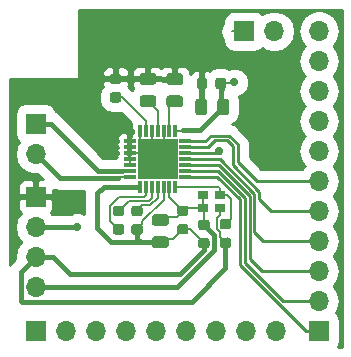
<source format=gbr>
G04 #@! TF.GenerationSoftware,KiCad,Pcbnew,(5.0.1)-3*
G04 #@! TF.CreationDate,2019-10-05T13:26:35-04:00*
G04 #@! TF.ProjectId,MAX30003,4D415833303030332E6B696361645F70,rev?*
G04 #@! TF.SameCoordinates,Original*
G04 #@! TF.FileFunction,Copper,L1,Top,Signal*
G04 #@! TF.FilePolarity,Positive*
%FSLAX46Y46*%
G04 Gerber Fmt 4.6, Leading zero omitted, Abs format (unit mm)*
G04 Created by KiCad (PCBNEW (5.0.1)-3) date 10/5/2019 1:26:35 PM*
%MOMM*%
%LPD*%
G01*
G04 APERTURE LIST*
G04 #@! TA.AperFunction,Conductor*
%ADD10C,0.100000*%
G04 #@! TD*
G04 #@! TA.AperFunction,SMDPad,CuDef*
%ADD11C,0.875000*%
G04 #@! TD*
G04 #@! TA.AperFunction,SMDPad,CuDef*
%ADD12R,3.350000X3.350000*%
G04 #@! TD*
G04 #@! TA.AperFunction,SMDPad,CuDef*
%ADD13R,0.300000X1.000000*%
G04 #@! TD*
G04 #@! TA.AperFunction,SMDPad,CuDef*
%ADD14R,1.000000X0.300000*%
G04 #@! TD*
G04 #@! TA.AperFunction,SMDPad,CuDef*
%ADD15R,0.900000X0.800000*%
G04 #@! TD*
G04 #@! TA.AperFunction,ComponentPad*
%ADD16R,1.700000X1.700000*%
G04 #@! TD*
G04 #@! TA.AperFunction,ComponentPad*
%ADD17O,1.700000X1.700000*%
G04 #@! TD*
G04 #@! TA.AperFunction,SMDPad,CuDef*
%ADD18C,0.975000*%
G04 #@! TD*
G04 #@! TA.AperFunction,ViaPad*
%ADD19C,0.700000*%
G04 #@! TD*
G04 #@! TA.AperFunction,Conductor*
%ADD20C,0.152000*%
G04 #@! TD*
G04 #@! TA.AperFunction,Conductor*
%ADD21C,0.203200*%
G04 #@! TD*
G04 #@! TA.AperFunction,Conductor*
%ADD22C,0.457200*%
G04 #@! TD*
G04 #@! TA.AperFunction,Conductor*
%ADD23C,0.254000*%
G04 #@! TD*
G04 APERTURE END LIST*
D10*
G04 #@! TO.N,DVDD*
G04 #@! TO.C,C5*
G36*
X145363691Y-94378053D02*
X145384926Y-94381203D01*
X145405750Y-94386419D01*
X145425962Y-94393651D01*
X145445368Y-94402830D01*
X145463781Y-94413866D01*
X145481024Y-94426654D01*
X145496930Y-94441070D01*
X145511346Y-94456976D01*
X145524134Y-94474219D01*
X145535170Y-94492632D01*
X145544349Y-94512038D01*
X145551581Y-94532250D01*
X145556797Y-94553074D01*
X145559947Y-94574309D01*
X145561000Y-94595750D01*
X145561000Y-95033250D01*
X145559947Y-95054691D01*
X145556797Y-95075926D01*
X145551581Y-95096750D01*
X145544349Y-95116962D01*
X145535170Y-95136368D01*
X145524134Y-95154781D01*
X145511346Y-95172024D01*
X145496930Y-95187930D01*
X145481024Y-95202346D01*
X145463781Y-95215134D01*
X145445368Y-95226170D01*
X145425962Y-95235349D01*
X145405750Y-95242581D01*
X145384926Y-95247797D01*
X145363691Y-95250947D01*
X145342250Y-95252000D01*
X144829750Y-95252000D01*
X144808309Y-95250947D01*
X144787074Y-95247797D01*
X144766250Y-95242581D01*
X144746038Y-95235349D01*
X144726632Y-95226170D01*
X144708219Y-95215134D01*
X144690976Y-95202346D01*
X144675070Y-95187930D01*
X144660654Y-95172024D01*
X144647866Y-95154781D01*
X144636830Y-95136368D01*
X144627651Y-95116962D01*
X144620419Y-95096750D01*
X144615203Y-95075926D01*
X144612053Y-95054691D01*
X144611000Y-95033250D01*
X144611000Y-94595750D01*
X144612053Y-94574309D01*
X144615203Y-94553074D01*
X144620419Y-94532250D01*
X144627651Y-94512038D01*
X144636830Y-94492632D01*
X144647866Y-94474219D01*
X144660654Y-94456976D01*
X144675070Y-94441070D01*
X144690976Y-94426654D01*
X144708219Y-94413866D01*
X144726632Y-94402830D01*
X144746038Y-94393651D01*
X144766250Y-94386419D01*
X144787074Y-94381203D01*
X144808309Y-94378053D01*
X144829750Y-94377000D01*
X145342250Y-94377000D01*
X145363691Y-94378053D01*
X145363691Y-94378053D01*
G37*
D11*
G04 #@! TD*
G04 #@! TO.P,C5,1*
G04 #@! TO.N,DVDD*
X145086000Y-94814500D03*
D10*
G04 #@! TO.N,DGND*
G04 #@! TO.C,C5*
G36*
X145363691Y-95953053D02*
X145384926Y-95956203D01*
X145405750Y-95961419D01*
X145425962Y-95968651D01*
X145445368Y-95977830D01*
X145463781Y-95988866D01*
X145481024Y-96001654D01*
X145496930Y-96016070D01*
X145511346Y-96031976D01*
X145524134Y-96049219D01*
X145535170Y-96067632D01*
X145544349Y-96087038D01*
X145551581Y-96107250D01*
X145556797Y-96128074D01*
X145559947Y-96149309D01*
X145561000Y-96170750D01*
X145561000Y-96608250D01*
X145559947Y-96629691D01*
X145556797Y-96650926D01*
X145551581Y-96671750D01*
X145544349Y-96691962D01*
X145535170Y-96711368D01*
X145524134Y-96729781D01*
X145511346Y-96747024D01*
X145496930Y-96762930D01*
X145481024Y-96777346D01*
X145463781Y-96790134D01*
X145445368Y-96801170D01*
X145425962Y-96810349D01*
X145405750Y-96817581D01*
X145384926Y-96822797D01*
X145363691Y-96825947D01*
X145342250Y-96827000D01*
X144829750Y-96827000D01*
X144808309Y-96825947D01*
X144787074Y-96822797D01*
X144766250Y-96817581D01*
X144746038Y-96810349D01*
X144726632Y-96801170D01*
X144708219Y-96790134D01*
X144690976Y-96777346D01*
X144675070Y-96762930D01*
X144660654Y-96747024D01*
X144647866Y-96729781D01*
X144636830Y-96711368D01*
X144627651Y-96691962D01*
X144620419Y-96671750D01*
X144615203Y-96650926D01*
X144612053Y-96629691D01*
X144611000Y-96608250D01*
X144611000Y-96170750D01*
X144612053Y-96149309D01*
X144615203Y-96128074D01*
X144620419Y-96107250D01*
X144627651Y-96087038D01*
X144636830Y-96067632D01*
X144647866Y-96049219D01*
X144660654Y-96031976D01*
X144675070Y-96016070D01*
X144690976Y-96001654D01*
X144708219Y-95988866D01*
X144726632Y-95977830D01*
X144746038Y-95968651D01*
X144766250Y-95961419D01*
X144787074Y-95956203D01*
X144808309Y-95953053D01*
X144829750Y-95952000D01*
X145342250Y-95952000D01*
X145363691Y-95953053D01*
X145363691Y-95953053D01*
G37*
D11*
G04 #@! TD*
G04 #@! TO.P,C5,2*
G04 #@! TO.N,DGND*
X145086000Y-96389500D03*
D10*
G04 #@! TO.N,DGND*
G04 #@! TO.C,C7*
G36*
X147173691Y-95920553D02*
X147194926Y-95923703D01*
X147215750Y-95928919D01*
X147235962Y-95936151D01*
X147255368Y-95945330D01*
X147273781Y-95956366D01*
X147291024Y-95969154D01*
X147306930Y-95983570D01*
X147321346Y-95999476D01*
X147334134Y-96016719D01*
X147345170Y-96035132D01*
X147354349Y-96054538D01*
X147361581Y-96074750D01*
X147366797Y-96095574D01*
X147369947Y-96116809D01*
X147371000Y-96138250D01*
X147371000Y-96575750D01*
X147369947Y-96597191D01*
X147366797Y-96618426D01*
X147361581Y-96639250D01*
X147354349Y-96659462D01*
X147345170Y-96678868D01*
X147334134Y-96697281D01*
X147321346Y-96714524D01*
X147306930Y-96730430D01*
X147291024Y-96744846D01*
X147273781Y-96757634D01*
X147255368Y-96768670D01*
X147235962Y-96777849D01*
X147215750Y-96785081D01*
X147194926Y-96790297D01*
X147173691Y-96793447D01*
X147152250Y-96794500D01*
X146639750Y-96794500D01*
X146618309Y-96793447D01*
X146597074Y-96790297D01*
X146576250Y-96785081D01*
X146556038Y-96777849D01*
X146536632Y-96768670D01*
X146518219Y-96757634D01*
X146500976Y-96744846D01*
X146485070Y-96730430D01*
X146470654Y-96714524D01*
X146457866Y-96697281D01*
X146446830Y-96678868D01*
X146437651Y-96659462D01*
X146430419Y-96639250D01*
X146425203Y-96618426D01*
X146422053Y-96597191D01*
X146421000Y-96575750D01*
X146421000Y-96138250D01*
X146422053Y-96116809D01*
X146425203Y-96095574D01*
X146430419Y-96074750D01*
X146437651Y-96054538D01*
X146446830Y-96035132D01*
X146457866Y-96016719D01*
X146470654Y-95999476D01*
X146485070Y-95983570D01*
X146500976Y-95969154D01*
X146518219Y-95956366D01*
X146536632Y-95945330D01*
X146556038Y-95936151D01*
X146576250Y-95928919D01*
X146597074Y-95923703D01*
X146618309Y-95920553D01*
X146639750Y-95919500D01*
X147152250Y-95919500D01*
X147173691Y-95920553D01*
X147173691Y-95920553D01*
G37*
D11*
G04 #@! TD*
G04 #@! TO.P,C7,2*
G04 #@! TO.N,DGND*
X146896000Y-96357000D03*
D10*
G04 #@! TO.N,/FCLK*
G04 #@! TO.C,C7*
G36*
X147173691Y-94345553D02*
X147194926Y-94348703D01*
X147215750Y-94353919D01*
X147235962Y-94361151D01*
X147255368Y-94370330D01*
X147273781Y-94381366D01*
X147291024Y-94394154D01*
X147306930Y-94408570D01*
X147321346Y-94424476D01*
X147334134Y-94441719D01*
X147345170Y-94460132D01*
X147354349Y-94479538D01*
X147361581Y-94499750D01*
X147366797Y-94520574D01*
X147369947Y-94541809D01*
X147371000Y-94563250D01*
X147371000Y-95000750D01*
X147369947Y-95022191D01*
X147366797Y-95043426D01*
X147361581Y-95064250D01*
X147354349Y-95084462D01*
X147345170Y-95103868D01*
X147334134Y-95122281D01*
X147321346Y-95139524D01*
X147306930Y-95155430D01*
X147291024Y-95169846D01*
X147273781Y-95182634D01*
X147255368Y-95193670D01*
X147235962Y-95202849D01*
X147215750Y-95210081D01*
X147194926Y-95215297D01*
X147173691Y-95218447D01*
X147152250Y-95219500D01*
X146639750Y-95219500D01*
X146618309Y-95218447D01*
X146597074Y-95215297D01*
X146576250Y-95210081D01*
X146556038Y-95202849D01*
X146536632Y-95193670D01*
X146518219Y-95182634D01*
X146500976Y-95169846D01*
X146485070Y-95155430D01*
X146470654Y-95139524D01*
X146457866Y-95122281D01*
X146446830Y-95103868D01*
X146437651Y-95084462D01*
X146430419Y-95064250D01*
X146425203Y-95043426D01*
X146422053Y-95022191D01*
X146421000Y-95000750D01*
X146421000Y-94563250D01*
X146422053Y-94541809D01*
X146425203Y-94520574D01*
X146430419Y-94499750D01*
X146437651Y-94479538D01*
X146446830Y-94460132D01*
X146457866Y-94441719D01*
X146470654Y-94424476D01*
X146485070Y-94408570D01*
X146500976Y-94394154D01*
X146518219Y-94381366D01*
X146536632Y-94370330D01*
X146556038Y-94361151D01*
X146576250Y-94353919D01*
X146597074Y-94348703D01*
X146618309Y-94345553D01*
X146639750Y-94344500D01*
X147152250Y-94344500D01*
X147173691Y-94345553D01*
X147173691Y-94345553D01*
G37*
D11*
G04 #@! TD*
G04 #@! TO.P,C7,1*
G04 #@! TO.N,/FCLK*
X146896000Y-94782000D03*
D12*
G04 #@! TO.P,IC1,29*
G04 #@! TO.N,AGND*
X141166000Y-89252000D03*
D13*
G04 #@! TO.P,IC1,28*
X139666000Y-86902000D03*
G04 #@! TO.P,IC1,27*
G04 #@! TO.N,Net-(C3-Pad1)*
X140166000Y-86902000D03*
G04 #@! TO.P,IC1,26*
G04 #@! TO.N,AGND*
X140666000Y-86902000D03*
G04 #@! TO.P,IC1,25*
G04 #@! TO.N,Net-(C1-Pad2)*
X141166000Y-86902000D03*
G04 #@! TO.P,IC1,24*
G04 #@! TO.N,AGND*
X141666000Y-86902000D03*
G04 #@! TO.P,IC1,23*
G04 #@! TO.N,Net-(C2-Pad1)*
X142166000Y-86902000D03*
G04 #@! TO.P,IC1,22*
G04 #@! TO.N,AVDD*
X142666000Y-86902000D03*
D14*
G04 #@! TO.P,IC1,21*
G04 #@! TO.N,/MAX30003_INTB*
X143516000Y-87752000D03*
G04 #@! TO.P,IC1,20*
G04 #@! TO.N,/MAX30003_INT2B*
X143516000Y-88252000D03*
G04 #@! TO.P,IC1,19*
G04 #@! TO.N,AVDD*
X143516000Y-88752000D03*
G04 #@! TO.P,IC1,18*
G04 #@! TO.N,/MAX30003_SDO*
X143516000Y-89252000D03*
G04 #@! TO.P,IC1,17*
G04 #@! TO.N,/MAX30003_SDI*
X143516000Y-89752000D03*
G04 #@! TO.P,IC1,16*
G04 #@! TO.N,/MAX30003_SCLK*
X143516000Y-90252000D03*
G04 #@! TO.P,IC1,15*
G04 #@! TO.N,/MAX30003_CSB*
X143516000Y-90752000D03*
D13*
G04 #@! TO.P,IC1,14*
G04 #@! TO.N,/FCLK*
X142666000Y-91602000D03*
G04 #@! TO.P,IC1,13*
G04 #@! TO.N,DVDD*
X142166000Y-91602000D03*
G04 #@! TO.P,IC1,12*
G04 #@! TO.N,DGND*
X141666000Y-91602000D03*
G04 #@! TO.P,IC1,11*
G04 #@! TO.N,Net-(C11-Pad1)*
X141166000Y-91602000D03*
G04 #@! TO.P,IC1,10*
G04 #@! TO.N,Net-(C10-Pad1)*
X140666000Y-91602000D03*
G04 #@! TO.P,IC1,9*
G04 #@! TO.N,Net-(C10-Pad2)*
X140166000Y-91602000D03*
G04 #@! TO.P,IC1,8*
G04 #@! TO.N,DGND*
X139666000Y-91602000D03*
D14*
G04 #@! TO.P,IC1,7*
G04 #@! TO.N,Net-(IC1-Pad7)*
X138816000Y-90752000D03*
G04 #@! TO.P,IC1,6*
G04 #@! TO.N,Net-(IC1-Pad6)*
X138816000Y-90252000D03*
G04 #@! TO.P,IC1,5*
G04 #@! TO.N,AGND*
X138816000Y-89752000D03*
G04 #@! TO.P,IC1,4*
X138816000Y-89252000D03*
G04 #@! TO.P,IC1,3*
X138816000Y-88752000D03*
G04 #@! TO.P,IC1,2*
X138816000Y-88252000D03*
G04 #@! TO.P,IC1,1*
X138816000Y-87752000D03*
G04 #@! TD*
D10*
G04 #@! TO.N,AVDD*
G04 #@! TO.C,C4*
G36*
X146737691Y-82376053D02*
X146758926Y-82379203D01*
X146779750Y-82384419D01*
X146799962Y-82391651D01*
X146819368Y-82400830D01*
X146837781Y-82411866D01*
X146855024Y-82424654D01*
X146870930Y-82439070D01*
X146885346Y-82454976D01*
X146898134Y-82472219D01*
X146909170Y-82490632D01*
X146918349Y-82510038D01*
X146925581Y-82530250D01*
X146930797Y-82551074D01*
X146933947Y-82572309D01*
X146935000Y-82593750D01*
X146935000Y-83106250D01*
X146933947Y-83127691D01*
X146930797Y-83148926D01*
X146925581Y-83169750D01*
X146918349Y-83189962D01*
X146909170Y-83209368D01*
X146898134Y-83227781D01*
X146885346Y-83245024D01*
X146870930Y-83260930D01*
X146855024Y-83275346D01*
X146837781Y-83288134D01*
X146819368Y-83299170D01*
X146799962Y-83308349D01*
X146779750Y-83315581D01*
X146758926Y-83320797D01*
X146737691Y-83323947D01*
X146716250Y-83325000D01*
X146278750Y-83325000D01*
X146257309Y-83323947D01*
X146236074Y-83320797D01*
X146215250Y-83315581D01*
X146195038Y-83308349D01*
X146175632Y-83299170D01*
X146157219Y-83288134D01*
X146139976Y-83275346D01*
X146124070Y-83260930D01*
X146109654Y-83245024D01*
X146096866Y-83227781D01*
X146085830Y-83209368D01*
X146076651Y-83189962D01*
X146069419Y-83169750D01*
X146064203Y-83148926D01*
X146061053Y-83127691D01*
X146060000Y-83106250D01*
X146060000Y-82593750D01*
X146061053Y-82572309D01*
X146064203Y-82551074D01*
X146069419Y-82530250D01*
X146076651Y-82510038D01*
X146085830Y-82490632D01*
X146096866Y-82472219D01*
X146109654Y-82454976D01*
X146124070Y-82439070D01*
X146139976Y-82424654D01*
X146157219Y-82411866D01*
X146175632Y-82400830D01*
X146195038Y-82391651D01*
X146215250Y-82384419D01*
X146236074Y-82379203D01*
X146257309Y-82376053D01*
X146278750Y-82375000D01*
X146716250Y-82375000D01*
X146737691Y-82376053D01*
X146737691Y-82376053D01*
G37*
D11*
G04 #@! TD*
G04 #@! TO.P,C4,2*
G04 #@! TO.N,AVDD*
X146497500Y-82850000D03*
D10*
G04 #@! TO.N,AGND*
G04 #@! TO.C,C4*
G36*
X145162691Y-82376053D02*
X145183926Y-82379203D01*
X145204750Y-82384419D01*
X145224962Y-82391651D01*
X145244368Y-82400830D01*
X145262781Y-82411866D01*
X145280024Y-82424654D01*
X145295930Y-82439070D01*
X145310346Y-82454976D01*
X145323134Y-82472219D01*
X145334170Y-82490632D01*
X145343349Y-82510038D01*
X145350581Y-82530250D01*
X145355797Y-82551074D01*
X145358947Y-82572309D01*
X145360000Y-82593750D01*
X145360000Y-83106250D01*
X145358947Y-83127691D01*
X145355797Y-83148926D01*
X145350581Y-83169750D01*
X145343349Y-83189962D01*
X145334170Y-83209368D01*
X145323134Y-83227781D01*
X145310346Y-83245024D01*
X145295930Y-83260930D01*
X145280024Y-83275346D01*
X145262781Y-83288134D01*
X145244368Y-83299170D01*
X145224962Y-83308349D01*
X145204750Y-83315581D01*
X145183926Y-83320797D01*
X145162691Y-83323947D01*
X145141250Y-83325000D01*
X144703750Y-83325000D01*
X144682309Y-83323947D01*
X144661074Y-83320797D01*
X144640250Y-83315581D01*
X144620038Y-83308349D01*
X144600632Y-83299170D01*
X144582219Y-83288134D01*
X144564976Y-83275346D01*
X144549070Y-83260930D01*
X144534654Y-83245024D01*
X144521866Y-83227781D01*
X144510830Y-83209368D01*
X144501651Y-83189962D01*
X144494419Y-83169750D01*
X144489203Y-83148926D01*
X144486053Y-83127691D01*
X144485000Y-83106250D01*
X144485000Y-82593750D01*
X144486053Y-82572309D01*
X144489203Y-82551074D01*
X144494419Y-82530250D01*
X144501651Y-82510038D01*
X144510830Y-82490632D01*
X144521866Y-82472219D01*
X144534654Y-82454976D01*
X144549070Y-82439070D01*
X144564976Y-82424654D01*
X144582219Y-82411866D01*
X144600632Y-82400830D01*
X144620038Y-82391651D01*
X144640250Y-82384419D01*
X144661074Y-82379203D01*
X144682309Y-82376053D01*
X144703750Y-82375000D01*
X145141250Y-82375000D01*
X145162691Y-82376053D01*
X145162691Y-82376053D01*
G37*
D11*
G04 #@! TD*
G04 #@! TO.P,C4,1*
G04 #@! TO.N,AGND*
X144922500Y-82850000D03*
D10*
G04 #@! TO.N,Net-(C10-Pad1)*
G04 #@! TO.C,C10*
G36*
X138143691Y-93205553D02*
X138164926Y-93208703D01*
X138185750Y-93213919D01*
X138205962Y-93221151D01*
X138225368Y-93230330D01*
X138243781Y-93241366D01*
X138261024Y-93254154D01*
X138276930Y-93268570D01*
X138291346Y-93284476D01*
X138304134Y-93301719D01*
X138315170Y-93320132D01*
X138324349Y-93339538D01*
X138331581Y-93359750D01*
X138336797Y-93380574D01*
X138339947Y-93401809D01*
X138341000Y-93423250D01*
X138341000Y-93860750D01*
X138339947Y-93882191D01*
X138336797Y-93903426D01*
X138331581Y-93924250D01*
X138324349Y-93944462D01*
X138315170Y-93963868D01*
X138304134Y-93982281D01*
X138291346Y-93999524D01*
X138276930Y-94015430D01*
X138261024Y-94029846D01*
X138243781Y-94042634D01*
X138225368Y-94053670D01*
X138205962Y-94062849D01*
X138185750Y-94070081D01*
X138164926Y-94075297D01*
X138143691Y-94078447D01*
X138122250Y-94079500D01*
X137609750Y-94079500D01*
X137588309Y-94078447D01*
X137567074Y-94075297D01*
X137546250Y-94070081D01*
X137526038Y-94062849D01*
X137506632Y-94053670D01*
X137488219Y-94042634D01*
X137470976Y-94029846D01*
X137455070Y-94015430D01*
X137440654Y-93999524D01*
X137427866Y-93982281D01*
X137416830Y-93963868D01*
X137407651Y-93944462D01*
X137400419Y-93924250D01*
X137395203Y-93903426D01*
X137392053Y-93882191D01*
X137391000Y-93860750D01*
X137391000Y-93423250D01*
X137392053Y-93401809D01*
X137395203Y-93380574D01*
X137400419Y-93359750D01*
X137407651Y-93339538D01*
X137416830Y-93320132D01*
X137427866Y-93301719D01*
X137440654Y-93284476D01*
X137455070Y-93268570D01*
X137470976Y-93254154D01*
X137488219Y-93241366D01*
X137506632Y-93230330D01*
X137526038Y-93221151D01*
X137546250Y-93213919D01*
X137567074Y-93208703D01*
X137588309Y-93205553D01*
X137609750Y-93204500D01*
X138122250Y-93204500D01*
X138143691Y-93205553D01*
X138143691Y-93205553D01*
G37*
D11*
G04 #@! TD*
G04 #@! TO.P,C10,1*
G04 #@! TO.N,Net-(C10-Pad1)*
X137866000Y-93642000D03*
D10*
G04 #@! TO.N,Net-(C10-Pad2)*
G04 #@! TO.C,C10*
G36*
X138143691Y-94780553D02*
X138164926Y-94783703D01*
X138185750Y-94788919D01*
X138205962Y-94796151D01*
X138225368Y-94805330D01*
X138243781Y-94816366D01*
X138261024Y-94829154D01*
X138276930Y-94843570D01*
X138291346Y-94859476D01*
X138304134Y-94876719D01*
X138315170Y-94895132D01*
X138324349Y-94914538D01*
X138331581Y-94934750D01*
X138336797Y-94955574D01*
X138339947Y-94976809D01*
X138341000Y-94998250D01*
X138341000Y-95435750D01*
X138339947Y-95457191D01*
X138336797Y-95478426D01*
X138331581Y-95499250D01*
X138324349Y-95519462D01*
X138315170Y-95538868D01*
X138304134Y-95557281D01*
X138291346Y-95574524D01*
X138276930Y-95590430D01*
X138261024Y-95604846D01*
X138243781Y-95617634D01*
X138225368Y-95628670D01*
X138205962Y-95637849D01*
X138185750Y-95645081D01*
X138164926Y-95650297D01*
X138143691Y-95653447D01*
X138122250Y-95654500D01*
X137609750Y-95654500D01*
X137588309Y-95653447D01*
X137567074Y-95650297D01*
X137546250Y-95645081D01*
X137526038Y-95637849D01*
X137506632Y-95628670D01*
X137488219Y-95617634D01*
X137470976Y-95604846D01*
X137455070Y-95590430D01*
X137440654Y-95574524D01*
X137427866Y-95557281D01*
X137416830Y-95538868D01*
X137407651Y-95519462D01*
X137400419Y-95499250D01*
X137395203Y-95478426D01*
X137392053Y-95457191D01*
X137391000Y-95435750D01*
X137391000Y-94998250D01*
X137392053Y-94976809D01*
X137395203Y-94955574D01*
X137400419Y-94934750D01*
X137407651Y-94914538D01*
X137416830Y-94895132D01*
X137427866Y-94876719D01*
X137440654Y-94859476D01*
X137455070Y-94843570D01*
X137470976Y-94829154D01*
X137488219Y-94816366D01*
X137506632Y-94805330D01*
X137526038Y-94796151D01*
X137546250Y-94788919D01*
X137567074Y-94783703D01*
X137588309Y-94780553D01*
X137609750Y-94779500D01*
X138122250Y-94779500D01*
X138143691Y-94780553D01*
X138143691Y-94780553D01*
G37*
D11*
G04 #@! TD*
G04 #@! TO.P,C10,2*
G04 #@! TO.N,Net-(C10-Pad2)*
X137866000Y-95217000D03*
D10*
G04 #@! TO.N,DGND*
G04 #@! TO.C,C11*
G36*
X139701691Y-94788553D02*
X139722926Y-94791703D01*
X139743750Y-94796919D01*
X139763962Y-94804151D01*
X139783368Y-94813330D01*
X139801781Y-94824366D01*
X139819024Y-94837154D01*
X139834930Y-94851570D01*
X139849346Y-94867476D01*
X139862134Y-94884719D01*
X139873170Y-94903132D01*
X139882349Y-94922538D01*
X139889581Y-94942750D01*
X139894797Y-94963574D01*
X139897947Y-94984809D01*
X139899000Y-95006250D01*
X139899000Y-95443750D01*
X139897947Y-95465191D01*
X139894797Y-95486426D01*
X139889581Y-95507250D01*
X139882349Y-95527462D01*
X139873170Y-95546868D01*
X139862134Y-95565281D01*
X139849346Y-95582524D01*
X139834930Y-95598430D01*
X139819024Y-95612846D01*
X139801781Y-95625634D01*
X139783368Y-95636670D01*
X139763962Y-95645849D01*
X139743750Y-95653081D01*
X139722926Y-95658297D01*
X139701691Y-95661447D01*
X139680250Y-95662500D01*
X139167750Y-95662500D01*
X139146309Y-95661447D01*
X139125074Y-95658297D01*
X139104250Y-95653081D01*
X139084038Y-95645849D01*
X139064632Y-95636670D01*
X139046219Y-95625634D01*
X139028976Y-95612846D01*
X139013070Y-95598430D01*
X138998654Y-95582524D01*
X138985866Y-95565281D01*
X138974830Y-95546868D01*
X138965651Y-95527462D01*
X138958419Y-95507250D01*
X138953203Y-95486426D01*
X138950053Y-95465191D01*
X138949000Y-95443750D01*
X138949000Y-95006250D01*
X138950053Y-94984809D01*
X138953203Y-94963574D01*
X138958419Y-94942750D01*
X138965651Y-94922538D01*
X138974830Y-94903132D01*
X138985866Y-94884719D01*
X138998654Y-94867476D01*
X139013070Y-94851570D01*
X139028976Y-94837154D01*
X139046219Y-94824366D01*
X139064632Y-94813330D01*
X139084038Y-94804151D01*
X139104250Y-94796919D01*
X139125074Y-94791703D01*
X139146309Y-94788553D01*
X139167750Y-94787500D01*
X139680250Y-94787500D01*
X139701691Y-94788553D01*
X139701691Y-94788553D01*
G37*
D11*
G04 #@! TD*
G04 #@! TO.P,C11,2*
G04 #@! TO.N,DGND*
X139424000Y-95225000D03*
D10*
G04 #@! TO.N,Net-(C11-Pad1)*
G04 #@! TO.C,C11*
G36*
X139701691Y-93213553D02*
X139722926Y-93216703D01*
X139743750Y-93221919D01*
X139763962Y-93229151D01*
X139783368Y-93238330D01*
X139801781Y-93249366D01*
X139819024Y-93262154D01*
X139834930Y-93276570D01*
X139849346Y-93292476D01*
X139862134Y-93309719D01*
X139873170Y-93328132D01*
X139882349Y-93347538D01*
X139889581Y-93367750D01*
X139894797Y-93388574D01*
X139897947Y-93409809D01*
X139899000Y-93431250D01*
X139899000Y-93868750D01*
X139897947Y-93890191D01*
X139894797Y-93911426D01*
X139889581Y-93932250D01*
X139882349Y-93952462D01*
X139873170Y-93971868D01*
X139862134Y-93990281D01*
X139849346Y-94007524D01*
X139834930Y-94023430D01*
X139819024Y-94037846D01*
X139801781Y-94050634D01*
X139783368Y-94061670D01*
X139763962Y-94070849D01*
X139743750Y-94078081D01*
X139722926Y-94083297D01*
X139701691Y-94086447D01*
X139680250Y-94087500D01*
X139167750Y-94087500D01*
X139146309Y-94086447D01*
X139125074Y-94083297D01*
X139104250Y-94078081D01*
X139084038Y-94070849D01*
X139064632Y-94061670D01*
X139046219Y-94050634D01*
X139028976Y-94037846D01*
X139013070Y-94023430D01*
X138998654Y-94007524D01*
X138985866Y-93990281D01*
X138974830Y-93971868D01*
X138965651Y-93952462D01*
X138958419Y-93932250D01*
X138953203Y-93911426D01*
X138950053Y-93890191D01*
X138949000Y-93868750D01*
X138949000Y-93431250D01*
X138950053Y-93409809D01*
X138953203Y-93388574D01*
X138958419Y-93367750D01*
X138965651Y-93347538D01*
X138974830Y-93328132D01*
X138985866Y-93309719D01*
X138998654Y-93292476D01*
X139013070Y-93276570D01*
X139028976Y-93262154D01*
X139046219Y-93249366D01*
X139064632Y-93238330D01*
X139084038Y-93229151D01*
X139104250Y-93221919D01*
X139125074Y-93216703D01*
X139146309Y-93213553D01*
X139167750Y-93212500D01*
X139680250Y-93212500D01*
X139701691Y-93213553D01*
X139701691Y-93213553D01*
G37*
D11*
G04 #@! TD*
G04 #@! TO.P,C11,1*
G04 #@! TO.N,Net-(C11-Pad1)*
X139424000Y-93650000D03*
D10*
G04 #@! TO.N,Net-(C3-Pad1)*
G04 #@! TO.C,C3*
G36*
X137887691Y-83601053D02*
X137908926Y-83604203D01*
X137929750Y-83609419D01*
X137949962Y-83616651D01*
X137969368Y-83625830D01*
X137987781Y-83636866D01*
X138005024Y-83649654D01*
X138020930Y-83664070D01*
X138035346Y-83679976D01*
X138048134Y-83697219D01*
X138059170Y-83715632D01*
X138068349Y-83735038D01*
X138075581Y-83755250D01*
X138080797Y-83776074D01*
X138083947Y-83797309D01*
X138085000Y-83818750D01*
X138085000Y-84256250D01*
X138083947Y-84277691D01*
X138080797Y-84298926D01*
X138075581Y-84319750D01*
X138068349Y-84339962D01*
X138059170Y-84359368D01*
X138048134Y-84377781D01*
X138035346Y-84395024D01*
X138020930Y-84410930D01*
X138005024Y-84425346D01*
X137987781Y-84438134D01*
X137969368Y-84449170D01*
X137949962Y-84458349D01*
X137929750Y-84465581D01*
X137908926Y-84470797D01*
X137887691Y-84473947D01*
X137866250Y-84475000D01*
X137353750Y-84475000D01*
X137332309Y-84473947D01*
X137311074Y-84470797D01*
X137290250Y-84465581D01*
X137270038Y-84458349D01*
X137250632Y-84449170D01*
X137232219Y-84438134D01*
X137214976Y-84425346D01*
X137199070Y-84410930D01*
X137184654Y-84395024D01*
X137171866Y-84377781D01*
X137160830Y-84359368D01*
X137151651Y-84339962D01*
X137144419Y-84319750D01*
X137139203Y-84298926D01*
X137136053Y-84277691D01*
X137135000Y-84256250D01*
X137135000Y-83818750D01*
X137136053Y-83797309D01*
X137139203Y-83776074D01*
X137144419Y-83755250D01*
X137151651Y-83735038D01*
X137160830Y-83715632D01*
X137171866Y-83697219D01*
X137184654Y-83679976D01*
X137199070Y-83664070D01*
X137214976Y-83649654D01*
X137232219Y-83636866D01*
X137250632Y-83625830D01*
X137270038Y-83616651D01*
X137290250Y-83609419D01*
X137311074Y-83604203D01*
X137332309Y-83601053D01*
X137353750Y-83600000D01*
X137866250Y-83600000D01*
X137887691Y-83601053D01*
X137887691Y-83601053D01*
G37*
D11*
G04 #@! TD*
G04 #@! TO.P,C3,1*
G04 #@! TO.N,Net-(C3-Pad1)*
X137610000Y-84037500D03*
D10*
G04 #@! TO.N,AGND*
G04 #@! TO.C,C3*
G36*
X137887691Y-82026053D02*
X137908926Y-82029203D01*
X137929750Y-82034419D01*
X137949962Y-82041651D01*
X137969368Y-82050830D01*
X137987781Y-82061866D01*
X138005024Y-82074654D01*
X138020930Y-82089070D01*
X138035346Y-82104976D01*
X138048134Y-82122219D01*
X138059170Y-82140632D01*
X138068349Y-82160038D01*
X138075581Y-82180250D01*
X138080797Y-82201074D01*
X138083947Y-82222309D01*
X138085000Y-82243750D01*
X138085000Y-82681250D01*
X138083947Y-82702691D01*
X138080797Y-82723926D01*
X138075581Y-82744750D01*
X138068349Y-82764962D01*
X138059170Y-82784368D01*
X138048134Y-82802781D01*
X138035346Y-82820024D01*
X138020930Y-82835930D01*
X138005024Y-82850346D01*
X137987781Y-82863134D01*
X137969368Y-82874170D01*
X137949962Y-82883349D01*
X137929750Y-82890581D01*
X137908926Y-82895797D01*
X137887691Y-82898947D01*
X137866250Y-82900000D01*
X137353750Y-82900000D01*
X137332309Y-82898947D01*
X137311074Y-82895797D01*
X137290250Y-82890581D01*
X137270038Y-82883349D01*
X137250632Y-82874170D01*
X137232219Y-82863134D01*
X137214976Y-82850346D01*
X137199070Y-82835930D01*
X137184654Y-82820024D01*
X137171866Y-82802781D01*
X137160830Y-82784368D01*
X137151651Y-82764962D01*
X137144419Y-82744750D01*
X137139203Y-82723926D01*
X137136053Y-82702691D01*
X137135000Y-82681250D01*
X137135000Y-82243750D01*
X137136053Y-82222309D01*
X137139203Y-82201074D01*
X137144419Y-82180250D01*
X137151651Y-82160038D01*
X137160830Y-82140632D01*
X137171866Y-82122219D01*
X137184654Y-82104976D01*
X137199070Y-82089070D01*
X137214976Y-82074654D01*
X137232219Y-82061866D01*
X137250632Y-82050830D01*
X137270038Y-82041651D01*
X137290250Y-82034419D01*
X137311074Y-82029203D01*
X137332309Y-82026053D01*
X137353750Y-82025000D01*
X137866250Y-82025000D01*
X137887691Y-82026053D01*
X137887691Y-82026053D01*
G37*
D11*
G04 #@! TD*
G04 #@! TO.P,C3,2*
G04 #@! TO.N,AGND*
X137610000Y-82462500D03*
D10*
G04 #@! TO.N,DVDD*
G04 #@! TO.C,C9*
G36*
X143579691Y-93193553D02*
X143600926Y-93196703D01*
X143621750Y-93201919D01*
X143641962Y-93209151D01*
X143661368Y-93218330D01*
X143679781Y-93229366D01*
X143697024Y-93242154D01*
X143712930Y-93256570D01*
X143727346Y-93272476D01*
X143740134Y-93289719D01*
X143751170Y-93308132D01*
X143760349Y-93327538D01*
X143767581Y-93347750D01*
X143772797Y-93368574D01*
X143775947Y-93389809D01*
X143777000Y-93411250D01*
X143777000Y-93848750D01*
X143775947Y-93870191D01*
X143772797Y-93891426D01*
X143767581Y-93912250D01*
X143760349Y-93932462D01*
X143751170Y-93951868D01*
X143740134Y-93970281D01*
X143727346Y-93987524D01*
X143712930Y-94003430D01*
X143697024Y-94017846D01*
X143679781Y-94030634D01*
X143661368Y-94041670D01*
X143641962Y-94050849D01*
X143621750Y-94058081D01*
X143600926Y-94063297D01*
X143579691Y-94066447D01*
X143558250Y-94067500D01*
X143045750Y-94067500D01*
X143024309Y-94066447D01*
X143003074Y-94063297D01*
X142982250Y-94058081D01*
X142962038Y-94050849D01*
X142942632Y-94041670D01*
X142924219Y-94030634D01*
X142906976Y-94017846D01*
X142891070Y-94003430D01*
X142876654Y-93987524D01*
X142863866Y-93970281D01*
X142852830Y-93951868D01*
X142843651Y-93932462D01*
X142836419Y-93912250D01*
X142831203Y-93891426D01*
X142828053Y-93870191D01*
X142827000Y-93848750D01*
X142827000Y-93411250D01*
X142828053Y-93389809D01*
X142831203Y-93368574D01*
X142836419Y-93347750D01*
X142843651Y-93327538D01*
X142852830Y-93308132D01*
X142863866Y-93289719D01*
X142876654Y-93272476D01*
X142891070Y-93256570D01*
X142906976Y-93242154D01*
X142924219Y-93229366D01*
X142942632Y-93218330D01*
X142962038Y-93209151D01*
X142982250Y-93201919D01*
X143003074Y-93196703D01*
X143024309Y-93193553D01*
X143045750Y-93192500D01*
X143558250Y-93192500D01*
X143579691Y-93193553D01*
X143579691Y-93193553D01*
G37*
D11*
G04 #@! TD*
G04 #@! TO.P,C9,1*
G04 #@! TO.N,DVDD*
X143302000Y-93630000D03*
D10*
G04 #@! TO.N,DGND*
G04 #@! TO.C,C9*
G36*
X143579691Y-94768553D02*
X143600926Y-94771703D01*
X143621750Y-94776919D01*
X143641962Y-94784151D01*
X143661368Y-94793330D01*
X143679781Y-94804366D01*
X143697024Y-94817154D01*
X143712930Y-94831570D01*
X143727346Y-94847476D01*
X143740134Y-94864719D01*
X143751170Y-94883132D01*
X143760349Y-94902538D01*
X143767581Y-94922750D01*
X143772797Y-94943574D01*
X143775947Y-94964809D01*
X143777000Y-94986250D01*
X143777000Y-95423750D01*
X143775947Y-95445191D01*
X143772797Y-95466426D01*
X143767581Y-95487250D01*
X143760349Y-95507462D01*
X143751170Y-95526868D01*
X143740134Y-95545281D01*
X143727346Y-95562524D01*
X143712930Y-95578430D01*
X143697024Y-95592846D01*
X143679781Y-95605634D01*
X143661368Y-95616670D01*
X143641962Y-95625849D01*
X143621750Y-95633081D01*
X143600926Y-95638297D01*
X143579691Y-95641447D01*
X143558250Y-95642500D01*
X143045750Y-95642500D01*
X143024309Y-95641447D01*
X143003074Y-95638297D01*
X142982250Y-95633081D01*
X142962038Y-95625849D01*
X142942632Y-95616670D01*
X142924219Y-95605634D01*
X142906976Y-95592846D01*
X142891070Y-95578430D01*
X142876654Y-95562524D01*
X142863866Y-95545281D01*
X142852830Y-95526868D01*
X142843651Y-95507462D01*
X142836419Y-95487250D01*
X142831203Y-95466426D01*
X142828053Y-95445191D01*
X142827000Y-95423750D01*
X142827000Y-94986250D01*
X142828053Y-94964809D01*
X142831203Y-94943574D01*
X142836419Y-94922750D01*
X142843651Y-94902538D01*
X142852830Y-94883132D01*
X142863866Y-94864719D01*
X142876654Y-94847476D01*
X142891070Y-94831570D01*
X142906976Y-94817154D01*
X142924219Y-94804366D01*
X142942632Y-94793330D01*
X142962038Y-94784151D01*
X142982250Y-94776919D01*
X143003074Y-94771703D01*
X143024309Y-94768553D01*
X143045750Y-94767500D01*
X143558250Y-94767500D01*
X143579691Y-94768553D01*
X143579691Y-94768553D01*
G37*
D11*
G04 #@! TD*
G04 #@! TO.P,C9,2*
G04 #@! TO.N,DGND*
X143302000Y-95205000D03*
D15*
G04 #@! TO.P,X1,1*
G04 #@! TO.N,DVDD*
X145026000Y-93422000D03*
G04 #@! TO.P,X1,2*
G04 #@! TO.N,DGND*
X146426000Y-93422000D03*
G04 #@! TO.P,X1,3*
G04 #@! TO.N,/FCLK*
X146426000Y-92322000D03*
G04 #@! TO.P,X1,4*
G04 #@! TO.N,DVDD*
X145026000Y-92322000D03*
G04 #@! TD*
D16*
G04 #@! TO.P,J1,1*
G04 #@! TO.N,Net-(IC1-Pad6)*
X130830000Y-86270000D03*
D17*
G04 #@! TO.P,J1,2*
G04 #@! TO.N,Net-(IC1-Pad7)*
X130830000Y-88810000D03*
G04 #@! TD*
D16*
G04 #@! TO.P,J1,1*
G04 #@! TO.N,/P02*
X130860000Y-103820000D03*
D17*
G04 #@! TO.P,J1,2*
G04 #@! TO.N,/LOAD_SW_CTRL*
X133400000Y-103820000D03*
G04 #@! TO.P,J1,3*
G04 #@! TO.N,/AIN_BAT_DIV_VOLTAGE*
X135940000Y-103820000D03*
G04 #@! TO.P,J1,4*
G04 #@! TO.N,/P05*
X138480000Y-103820000D03*
G04 #@! TO.P,J1,5*
G04 #@! TO.N,/P06*
X141020000Y-103820000D03*
G04 #@! TO.P,J1,6*
G04 #@! TO.N,/P07*
X143560000Y-103820000D03*
G04 #@! TO.P,J1,7*
G04 #@! TO.N,/P08*
X146100000Y-103820000D03*
G04 #@! TO.P,J1,8*
G04 #@! TO.N,/P09*
X148640000Y-103820000D03*
G04 #@! TO.P,J1,9*
G04 #@! TO.N,/P10*
X151180000Y-103820000D03*
G04 #@! TD*
D16*
G04 #@! TO.P,J3,1*
G04 #@! TO.N,AGND*
X130850000Y-92470000D03*
D17*
G04 #@! TO.P,J3,2*
G04 #@! TO.N,AVDD*
X130850000Y-95010000D03*
G04 #@! TO.P,J3,3*
G04 #@! TO.N,DGND*
X130850000Y-97550000D03*
G04 #@! TO.P,J3,4*
G04 #@! TO.N,DVDD*
X130850000Y-100090000D03*
G04 #@! TD*
D16*
G04 #@! TO.P,J2,1*
G04 #@! TO.N,/MAX30003_CSB*
X154836000Y-103820000D03*
D17*
G04 #@! TO.P,J2,2*
G04 #@! TO.N,/MAX30003_SCLK*
X154836000Y-101280000D03*
G04 #@! TO.P,J2,3*
G04 #@! TO.N,/MAX30003_SDI*
X154836000Y-98740000D03*
G04 #@! TO.P,J2,4*
G04 #@! TO.N,/MAX30003_SDO*
X154836000Y-96200000D03*
G04 #@! TO.P,J2,5*
G04 #@! TO.N,/MAX30003_INT2B*
X154836000Y-93660000D03*
G04 #@! TO.P,J2,6*
G04 #@! TO.N,/MAX30003_INTB*
X154836000Y-91120000D03*
G04 #@! TO.P,J2,7*
G04 #@! TO.N,N/C*
X154836000Y-88580000D03*
G04 #@! TO.P,J2,8*
X154836000Y-86040000D03*
G04 #@! TO.P,J2,9*
X154836000Y-83500000D03*
G04 #@! TO.P,J2,10*
X154836000Y-80960000D03*
G04 #@! TO.P,J2,11*
X154836000Y-78420000D03*
G04 #@! TD*
G04 #@! TO.P,J3,2*
G04 #@! TO.N,/SWDCLK*
X151042000Y-78440000D03*
D16*
G04 #@! TO.P,J3,1*
G04 #@! TO.N,/SWDIO*
X148502000Y-78440000D03*
G04 #@! TD*
D10*
G04 #@! TO.N,Net-(C1-Pad2)*
G04 #@! TO.C,C1*
G36*
X140830142Y-83861174D02*
X140853803Y-83864684D01*
X140877007Y-83870496D01*
X140899529Y-83878554D01*
X140921153Y-83888782D01*
X140941670Y-83901079D01*
X140960883Y-83915329D01*
X140978607Y-83931393D01*
X140994671Y-83949117D01*
X141008921Y-83968330D01*
X141021218Y-83988847D01*
X141031446Y-84010471D01*
X141039504Y-84032993D01*
X141045316Y-84056197D01*
X141048826Y-84079858D01*
X141050000Y-84103750D01*
X141050000Y-84591250D01*
X141048826Y-84615142D01*
X141045316Y-84638803D01*
X141039504Y-84662007D01*
X141031446Y-84684529D01*
X141021218Y-84706153D01*
X141008921Y-84726670D01*
X140994671Y-84745883D01*
X140978607Y-84763607D01*
X140960883Y-84779671D01*
X140941670Y-84793921D01*
X140921153Y-84806218D01*
X140899529Y-84816446D01*
X140877007Y-84824504D01*
X140853803Y-84830316D01*
X140830142Y-84833826D01*
X140806250Y-84835000D01*
X139893750Y-84835000D01*
X139869858Y-84833826D01*
X139846197Y-84830316D01*
X139822993Y-84824504D01*
X139800471Y-84816446D01*
X139778847Y-84806218D01*
X139758330Y-84793921D01*
X139739117Y-84779671D01*
X139721393Y-84763607D01*
X139705329Y-84745883D01*
X139691079Y-84726670D01*
X139678782Y-84706153D01*
X139668554Y-84684529D01*
X139660496Y-84662007D01*
X139654684Y-84638803D01*
X139651174Y-84615142D01*
X139650000Y-84591250D01*
X139650000Y-84103750D01*
X139651174Y-84079858D01*
X139654684Y-84056197D01*
X139660496Y-84032993D01*
X139668554Y-84010471D01*
X139678782Y-83988847D01*
X139691079Y-83968330D01*
X139705329Y-83949117D01*
X139721393Y-83931393D01*
X139739117Y-83915329D01*
X139758330Y-83901079D01*
X139778847Y-83888782D01*
X139800471Y-83878554D01*
X139822993Y-83870496D01*
X139846197Y-83864684D01*
X139869858Y-83861174D01*
X139893750Y-83860000D01*
X140806250Y-83860000D01*
X140830142Y-83861174D01*
X140830142Y-83861174D01*
G37*
D18*
G04 #@! TD*
G04 #@! TO.P,C1,2*
G04 #@! TO.N,Net-(C1-Pad2)*
X140350000Y-84347500D03*
D10*
G04 #@! TO.N,AGND*
G04 #@! TO.C,C1*
G36*
X140830142Y-81986174D02*
X140853803Y-81989684D01*
X140877007Y-81995496D01*
X140899529Y-82003554D01*
X140921153Y-82013782D01*
X140941670Y-82026079D01*
X140960883Y-82040329D01*
X140978607Y-82056393D01*
X140994671Y-82074117D01*
X141008921Y-82093330D01*
X141021218Y-82113847D01*
X141031446Y-82135471D01*
X141039504Y-82157993D01*
X141045316Y-82181197D01*
X141048826Y-82204858D01*
X141050000Y-82228750D01*
X141050000Y-82716250D01*
X141048826Y-82740142D01*
X141045316Y-82763803D01*
X141039504Y-82787007D01*
X141031446Y-82809529D01*
X141021218Y-82831153D01*
X141008921Y-82851670D01*
X140994671Y-82870883D01*
X140978607Y-82888607D01*
X140960883Y-82904671D01*
X140941670Y-82918921D01*
X140921153Y-82931218D01*
X140899529Y-82941446D01*
X140877007Y-82949504D01*
X140853803Y-82955316D01*
X140830142Y-82958826D01*
X140806250Y-82960000D01*
X139893750Y-82960000D01*
X139869858Y-82958826D01*
X139846197Y-82955316D01*
X139822993Y-82949504D01*
X139800471Y-82941446D01*
X139778847Y-82931218D01*
X139758330Y-82918921D01*
X139739117Y-82904671D01*
X139721393Y-82888607D01*
X139705329Y-82870883D01*
X139691079Y-82851670D01*
X139678782Y-82831153D01*
X139668554Y-82809529D01*
X139660496Y-82787007D01*
X139654684Y-82763803D01*
X139651174Y-82740142D01*
X139650000Y-82716250D01*
X139650000Y-82228750D01*
X139651174Y-82204858D01*
X139654684Y-82181197D01*
X139660496Y-82157993D01*
X139668554Y-82135471D01*
X139678782Y-82113847D01*
X139691079Y-82093330D01*
X139705329Y-82074117D01*
X139721393Y-82056393D01*
X139739117Y-82040329D01*
X139758330Y-82026079D01*
X139778847Y-82013782D01*
X139800471Y-82003554D01*
X139822993Y-81995496D01*
X139846197Y-81989684D01*
X139869858Y-81986174D01*
X139893750Y-81985000D01*
X140806250Y-81985000D01*
X140830142Y-81986174D01*
X140830142Y-81986174D01*
G37*
D18*
G04 #@! TD*
G04 #@! TO.P,C1,1*
G04 #@! TO.N,AGND*
X140350000Y-82472500D03*
D10*
G04 #@! TO.N,Net-(C2-Pad1)*
G04 #@! TO.C,C2*
G36*
X143090142Y-83878674D02*
X143113803Y-83882184D01*
X143137007Y-83887996D01*
X143159529Y-83896054D01*
X143181153Y-83906282D01*
X143201670Y-83918579D01*
X143220883Y-83932829D01*
X143238607Y-83948893D01*
X143254671Y-83966617D01*
X143268921Y-83985830D01*
X143281218Y-84006347D01*
X143291446Y-84027971D01*
X143299504Y-84050493D01*
X143305316Y-84073697D01*
X143308826Y-84097358D01*
X143310000Y-84121250D01*
X143310000Y-84608750D01*
X143308826Y-84632642D01*
X143305316Y-84656303D01*
X143299504Y-84679507D01*
X143291446Y-84702029D01*
X143281218Y-84723653D01*
X143268921Y-84744170D01*
X143254671Y-84763383D01*
X143238607Y-84781107D01*
X143220883Y-84797171D01*
X143201670Y-84811421D01*
X143181153Y-84823718D01*
X143159529Y-84833946D01*
X143137007Y-84842004D01*
X143113803Y-84847816D01*
X143090142Y-84851326D01*
X143066250Y-84852500D01*
X142153750Y-84852500D01*
X142129858Y-84851326D01*
X142106197Y-84847816D01*
X142082993Y-84842004D01*
X142060471Y-84833946D01*
X142038847Y-84823718D01*
X142018330Y-84811421D01*
X141999117Y-84797171D01*
X141981393Y-84781107D01*
X141965329Y-84763383D01*
X141951079Y-84744170D01*
X141938782Y-84723653D01*
X141928554Y-84702029D01*
X141920496Y-84679507D01*
X141914684Y-84656303D01*
X141911174Y-84632642D01*
X141910000Y-84608750D01*
X141910000Y-84121250D01*
X141911174Y-84097358D01*
X141914684Y-84073697D01*
X141920496Y-84050493D01*
X141928554Y-84027971D01*
X141938782Y-84006347D01*
X141951079Y-83985830D01*
X141965329Y-83966617D01*
X141981393Y-83948893D01*
X141999117Y-83932829D01*
X142018330Y-83918579D01*
X142038847Y-83906282D01*
X142060471Y-83896054D01*
X142082993Y-83887996D01*
X142106197Y-83882184D01*
X142129858Y-83878674D01*
X142153750Y-83877500D01*
X143066250Y-83877500D01*
X143090142Y-83878674D01*
X143090142Y-83878674D01*
G37*
D18*
G04 #@! TD*
G04 #@! TO.P,C2,1*
G04 #@! TO.N,Net-(C2-Pad1)*
X142610000Y-84365000D03*
D10*
G04 #@! TO.N,AGND*
G04 #@! TO.C,C2*
G36*
X143090142Y-82003674D02*
X143113803Y-82007184D01*
X143137007Y-82012996D01*
X143159529Y-82021054D01*
X143181153Y-82031282D01*
X143201670Y-82043579D01*
X143220883Y-82057829D01*
X143238607Y-82073893D01*
X143254671Y-82091617D01*
X143268921Y-82110830D01*
X143281218Y-82131347D01*
X143291446Y-82152971D01*
X143299504Y-82175493D01*
X143305316Y-82198697D01*
X143308826Y-82222358D01*
X143310000Y-82246250D01*
X143310000Y-82733750D01*
X143308826Y-82757642D01*
X143305316Y-82781303D01*
X143299504Y-82804507D01*
X143291446Y-82827029D01*
X143281218Y-82848653D01*
X143268921Y-82869170D01*
X143254671Y-82888383D01*
X143238607Y-82906107D01*
X143220883Y-82922171D01*
X143201670Y-82936421D01*
X143181153Y-82948718D01*
X143159529Y-82958946D01*
X143137007Y-82967004D01*
X143113803Y-82972816D01*
X143090142Y-82976326D01*
X143066250Y-82977500D01*
X142153750Y-82977500D01*
X142129858Y-82976326D01*
X142106197Y-82972816D01*
X142082993Y-82967004D01*
X142060471Y-82958946D01*
X142038847Y-82948718D01*
X142018330Y-82936421D01*
X141999117Y-82922171D01*
X141981393Y-82906107D01*
X141965329Y-82888383D01*
X141951079Y-82869170D01*
X141938782Y-82848653D01*
X141928554Y-82827029D01*
X141920496Y-82804507D01*
X141914684Y-82781303D01*
X141911174Y-82757642D01*
X141910000Y-82733750D01*
X141910000Y-82246250D01*
X141911174Y-82222358D01*
X141914684Y-82198697D01*
X141920496Y-82175493D01*
X141928554Y-82152971D01*
X141938782Y-82131347D01*
X141951079Y-82110830D01*
X141965329Y-82091617D01*
X141981393Y-82073893D01*
X141999117Y-82057829D01*
X142018330Y-82043579D01*
X142038847Y-82031282D01*
X142060471Y-82021054D01*
X142082993Y-82012996D01*
X142106197Y-82007184D01*
X142129858Y-82003674D01*
X142153750Y-82002500D01*
X143066250Y-82002500D01*
X143090142Y-82003674D01*
X143090142Y-82003674D01*
G37*
D18*
G04 #@! TD*
G04 #@! TO.P,C2,2*
G04 #@! TO.N,AGND*
X142610000Y-82490000D03*
D10*
G04 #@! TO.N,AGND*
G04 #@! TO.C,C6*
G36*
X145116142Y-84133174D02*
X145139803Y-84136684D01*
X145163007Y-84142496D01*
X145185529Y-84150554D01*
X145207153Y-84160782D01*
X145227670Y-84173079D01*
X145246883Y-84187329D01*
X145264607Y-84203393D01*
X145280671Y-84221117D01*
X145294921Y-84240330D01*
X145307218Y-84260847D01*
X145317446Y-84282471D01*
X145325504Y-84304993D01*
X145331316Y-84328197D01*
X145334826Y-84351858D01*
X145336000Y-84375750D01*
X145336000Y-85288250D01*
X145334826Y-85312142D01*
X145331316Y-85335803D01*
X145325504Y-85359007D01*
X145317446Y-85381529D01*
X145307218Y-85403153D01*
X145294921Y-85423670D01*
X145280671Y-85442883D01*
X145264607Y-85460607D01*
X145246883Y-85476671D01*
X145227670Y-85490921D01*
X145207153Y-85503218D01*
X145185529Y-85513446D01*
X145163007Y-85521504D01*
X145139803Y-85527316D01*
X145116142Y-85530826D01*
X145092250Y-85532000D01*
X144604750Y-85532000D01*
X144580858Y-85530826D01*
X144557197Y-85527316D01*
X144533993Y-85521504D01*
X144511471Y-85513446D01*
X144489847Y-85503218D01*
X144469330Y-85490921D01*
X144450117Y-85476671D01*
X144432393Y-85460607D01*
X144416329Y-85442883D01*
X144402079Y-85423670D01*
X144389782Y-85403153D01*
X144379554Y-85381529D01*
X144371496Y-85359007D01*
X144365684Y-85335803D01*
X144362174Y-85312142D01*
X144361000Y-85288250D01*
X144361000Y-84375750D01*
X144362174Y-84351858D01*
X144365684Y-84328197D01*
X144371496Y-84304993D01*
X144379554Y-84282471D01*
X144389782Y-84260847D01*
X144402079Y-84240330D01*
X144416329Y-84221117D01*
X144432393Y-84203393D01*
X144450117Y-84187329D01*
X144469330Y-84173079D01*
X144489847Y-84160782D01*
X144511471Y-84150554D01*
X144533993Y-84142496D01*
X144557197Y-84136684D01*
X144580858Y-84133174D01*
X144604750Y-84132000D01*
X145092250Y-84132000D01*
X145116142Y-84133174D01*
X145116142Y-84133174D01*
G37*
D18*
G04 #@! TD*
G04 #@! TO.P,C6,2*
G04 #@! TO.N,AGND*
X144848500Y-84832000D03*
D10*
G04 #@! TO.N,AVDD*
G04 #@! TO.C,C6*
G36*
X146991142Y-84133174D02*
X147014803Y-84136684D01*
X147038007Y-84142496D01*
X147060529Y-84150554D01*
X147082153Y-84160782D01*
X147102670Y-84173079D01*
X147121883Y-84187329D01*
X147139607Y-84203393D01*
X147155671Y-84221117D01*
X147169921Y-84240330D01*
X147182218Y-84260847D01*
X147192446Y-84282471D01*
X147200504Y-84304993D01*
X147206316Y-84328197D01*
X147209826Y-84351858D01*
X147211000Y-84375750D01*
X147211000Y-85288250D01*
X147209826Y-85312142D01*
X147206316Y-85335803D01*
X147200504Y-85359007D01*
X147192446Y-85381529D01*
X147182218Y-85403153D01*
X147169921Y-85423670D01*
X147155671Y-85442883D01*
X147139607Y-85460607D01*
X147121883Y-85476671D01*
X147102670Y-85490921D01*
X147082153Y-85503218D01*
X147060529Y-85513446D01*
X147038007Y-85521504D01*
X147014803Y-85527316D01*
X146991142Y-85530826D01*
X146967250Y-85532000D01*
X146479750Y-85532000D01*
X146455858Y-85530826D01*
X146432197Y-85527316D01*
X146408993Y-85521504D01*
X146386471Y-85513446D01*
X146364847Y-85503218D01*
X146344330Y-85490921D01*
X146325117Y-85476671D01*
X146307393Y-85460607D01*
X146291329Y-85442883D01*
X146277079Y-85423670D01*
X146264782Y-85403153D01*
X146254554Y-85381529D01*
X146246496Y-85359007D01*
X146240684Y-85335803D01*
X146237174Y-85312142D01*
X146236000Y-85288250D01*
X146236000Y-84375750D01*
X146237174Y-84351858D01*
X146240684Y-84328197D01*
X146246496Y-84304993D01*
X146254554Y-84282471D01*
X146264782Y-84260847D01*
X146277079Y-84240330D01*
X146291329Y-84221117D01*
X146307393Y-84203393D01*
X146325117Y-84187329D01*
X146344330Y-84173079D01*
X146364847Y-84160782D01*
X146386471Y-84150554D01*
X146408993Y-84142496D01*
X146432197Y-84136684D01*
X146455858Y-84133174D01*
X146479750Y-84132000D01*
X146967250Y-84132000D01*
X146991142Y-84133174D01*
X146991142Y-84133174D01*
G37*
D18*
G04 #@! TD*
G04 #@! TO.P,C6,1*
G04 #@! TO.N,AVDD*
X146723500Y-84832000D03*
D10*
G04 #@! TO.N,DGND*
G04 #@! TO.C,C8*
G36*
X141880142Y-95811174D02*
X141903803Y-95814684D01*
X141927007Y-95820496D01*
X141949529Y-95828554D01*
X141971153Y-95838782D01*
X141991670Y-95851079D01*
X142010883Y-95865329D01*
X142028607Y-95881393D01*
X142044671Y-95899117D01*
X142058921Y-95918330D01*
X142071218Y-95938847D01*
X142081446Y-95960471D01*
X142089504Y-95982993D01*
X142095316Y-96006197D01*
X142098826Y-96029858D01*
X142100000Y-96053750D01*
X142100000Y-96541250D01*
X142098826Y-96565142D01*
X142095316Y-96588803D01*
X142089504Y-96612007D01*
X142081446Y-96634529D01*
X142071218Y-96656153D01*
X142058921Y-96676670D01*
X142044671Y-96695883D01*
X142028607Y-96713607D01*
X142010883Y-96729671D01*
X141991670Y-96743921D01*
X141971153Y-96756218D01*
X141949529Y-96766446D01*
X141927007Y-96774504D01*
X141903803Y-96780316D01*
X141880142Y-96783826D01*
X141856250Y-96785000D01*
X140943750Y-96785000D01*
X140919858Y-96783826D01*
X140896197Y-96780316D01*
X140872993Y-96774504D01*
X140850471Y-96766446D01*
X140828847Y-96756218D01*
X140808330Y-96743921D01*
X140789117Y-96729671D01*
X140771393Y-96713607D01*
X140755329Y-96695883D01*
X140741079Y-96676670D01*
X140728782Y-96656153D01*
X140718554Y-96634529D01*
X140710496Y-96612007D01*
X140704684Y-96588803D01*
X140701174Y-96565142D01*
X140700000Y-96541250D01*
X140700000Y-96053750D01*
X140701174Y-96029858D01*
X140704684Y-96006197D01*
X140710496Y-95982993D01*
X140718554Y-95960471D01*
X140728782Y-95938847D01*
X140741079Y-95918330D01*
X140755329Y-95899117D01*
X140771393Y-95881393D01*
X140789117Y-95865329D01*
X140808330Y-95851079D01*
X140828847Y-95838782D01*
X140850471Y-95828554D01*
X140872993Y-95820496D01*
X140896197Y-95814684D01*
X140919858Y-95811174D01*
X140943750Y-95810000D01*
X141856250Y-95810000D01*
X141880142Y-95811174D01*
X141880142Y-95811174D01*
G37*
D18*
G04 #@! TD*
G04 #@! TO.P,C8,1*
G04 #@! TO.N,DGND*
X141400000Y-96297500D03*
D10*
G04 #@! TO.N,DVDD*
G04 #@! TO.C,C8*
G36*
X141880142Y-93936174D02*
X141903803Y-93939684D01*
X141927007Y-93945496D01*
X141949529Y-93953554D01*
X141971153Y-93963782D01*
X141991670Y-93976079D01*
X142010883Y-93990329D01*
X142028607Y-94006393D01*
X142044671Y-94024117D01*
X142058921Y-94043330D01*
X142071218Y-94063847D01*
X142081446Y-94085471D01*
X142089504Y-94107993D01*
X142095316Y-94131197D01*
X142098826Y-94154858D01*
X142100000Y-94178750D01*
X142100000Y-94666250D01*
X142098826Y-94690142D01*
X142095316Y-94713803D01*
X142089504Y-94737007D01*
X142081446Y-94759529D01*
X142071218Y-94781153D01*
X142058921Y-94801670D01*
X142044671Y-94820883D01*
X142028607Y-94838607D01*
X142010883Y-94854671D01*
X141991670Y-94868921D01*
X141971153Y-94881218D01*
X141949529Y-94891446D01*
X141927007Y-94899504D01*
X141903803Y-94905316D01*
X141880142Y-94908826D01*
X141856250Y-94910000D01*
X140943750Y-94910000D01*
X140919858Y-94908826D01*
X140896197Y-94905316D01*
X140872993Y-94899504D01*
X140850471Y-94891446D01*
X140828847Y-94881218D01*
X140808330Y-94868921D01*
X140789117Y-94854671D01*
X140771393Y-94838607D01*
X140755329Y-94820883D01*
X140741079Y-94801670D01*
X140728782Y-94781153D01*
X140718554Y-94759529D01*
X140710496Y-94737007D01*
X140704684Y-94713803D01*
X140701174Y-94690142D01*
X140700000Y-94666250D01*
X140700000Y-94178750D01*
X140701174Y-94154858D01*
X140704684Y-94131197D01*
X140710496Y-94107993D01*
X140718554Y-94085471D01*
X140728782Y-94063847D01*
X140741079Y-94043330D01*
X140755329Y-94024117D01*
X140771393Y-94006393D01*
X140789117Y-93990329D01*
X140808330Y-93976079D01*
X140828847Y-93963782D01*
X140850471Y-93953554D01*
X140872993Y-93945496D01*
X140896197Y-93939684D01*
X140919858Y-93936174D01*
X140943750Y-93935000D01*
X141856250Y-93935000D01*
X141880142Y-93936174D01*
X141880142Y-93936174D01*
G37*
D18*
G04 #@! TD*
G04 #@! TO.P,C8,2*
G04 #@! TO.N,DVDD*
X141400000Y-94422500D03*
D19*
G04 #@! TO.N,AGND*
X141770000Y-90480000D03*
G04 #@! TO.N,AVDD*
X134366000Y-94996000D03*
X146370000Y-88590000D03*
X147660000Y-82760000D03*
G04 #@! TD*
D20*
G04 #@! TO.N,AGND*
X141666000Y-87554000D02*
X141166000Y-88054000D01*
X141666000Y-86902000D02*
X141666000Y-87554000D01*
X141166000Y-88054000D02*
X141166000Y-88800000D01*
X140666000Y-87554000D02*
X141166000Y-88054000D01*
X140666000Y-86902000D02*
X140666000Y-87554000D01*
X139666000Y-87752000D02*
X141166000Y-89252000D01*
X139666000Y-86902000D02*
X139666000Y-87752000D01*
X139666000Y-90752000D02*
X141166000Y-89252000D01*
X138816000Y-87752000D02*
X138816000Y-89752000D01*
X140666000Y-88752000D02*
X141166000Y-89252000D01*
X138816000Y-88752000D02*
X140666000Y-88752000D01*
X145013500Y-83282000D02*
X144996000Y-83282000D01*
X144991000Y-83287000D02*
X144996000Y-83282000D01*
D21*
X144996000Y-84829500D02*
X144998500Y-84832000D01*
X144996000Y-83282000D02*
X144996000Y-84829500D01*
D20*
X141166000Y-88800000D02*
X141166000Y-89252000D01*
D21*
G04 #@! TO.N,Net-(C1-Pad2)*
X141166000Y-85163500D02*
X140350000Y-84347500D01*
X141166000Y-86902000D02*
X141166000Y-85163500D01*
D20*
G04 #@! TO.N,AVDD*
X142720000Y-86848000D02*
X142666000Y-86902000D01*
D21*
X146573500Y-84832000D02*
X146573500Y-85407000D01*
X146571000Y-84829500D02*
X146573500Y-84832000D01*
D22*
X146571000Y-83282000D02*
X146571000Y-84829500D01*
X130850000Y-95010000D02*
X134352000Y-95010000D01*
X134352000Y-95010000D02*
X134366000Y-94996000D01*
D23*
X146452000Y-88752000D02*
X146558000Y-88646000D01*
X143516000Y-88752000D02*
X146452000Y-88752000D01*
D22*
X146629000Y-83340000D02*
X146571000Y-83282000D01*
X146723500Y-84832000D02*
X144725500Y-86830000D01*
X144725500Y-86830000D02*
X143330000Y-86830000D01*
D21*
X143258000Y-86902000D02*
X142666000Y-86902000D01*
X143330000Y-86830000D02*
X143258000Y-86902000D01*
X147570000Y-82850000D02*
X147660000Y-82760000D01*
X146497500Y-82850000D02*
X147570000Y-82850000D01*
D20*
G04 #@! TO.N,DVDD*
X144818000Y-93630000D02*
X145026000Y-93422000D01*
X145026000Y-93422000D02*
X145076000Y-93422000D01*
X145026000Y-93422000D02*
X144976000Y-93422000D01*
X145026000Y-94754500D02*
X145086000Y-94814500D01*
X143510000Y-93422000D02*
X143302000Y-93630000D01*
X145026000Y-93422000D02*
X143510000Y-93422000D01*
X145086000Y-93482000D02*
X145026000Y-93422000D01*
X145086000Y-94814500D02*
X145086000Y-93482000D01*
D21*
X145026000Y-92322000D02*
X145026000Y-93422000D01*
D22*
X145547612Y-95276112D02*
X145086000Y-94814500D01*
X145942010Y-95670510D02*
X145547612Y-95276112D01*
X145942010Y-96933108D02*
X145942010Y-95670510D01*
X142785118Y-100090000D02*
X145942010Y-96933108D01*
X130850000Y-100090000D02*
X142785118Y-100090000D01*
D21*
X142802000Y-94130000D02*
X143302000Y-93630000D01*
X141340000Y-94130000D02*
X142802000Y-94130000D01*
X142166000Y-92494000D02*
X143302000Y-93630000D01*
X142166000Y-91602000D02*
X142166000Y-92494000D01*
G04 #@! TO.N,/FCLK*
X142666000Y-91602000D02*
X146309200Y-91602000D01*
X147357612Y-94320388D02*
X146896000Y-94782000D01*
X147357612Y-92600412D02*
X147357612Y-94320388D01*
X147079200Y-92322000D02*
X147357612Y-92600412D01*
X146426000Y-92322000D02*
X147079200Y-92322000D01*
X146426000Y-91718800D02*
X146426000Y-92322000D01*
X146309200Y-91602000D02*
X146426000Y-91718800D01*
G04 #@! TO.N,Net-(IC1-Pad7)*
X130830000Y-88810000D02*
X132772000Y-90752000D01*
D22*
X132881610Y-90861610D02*
X135866692Y-90861610D01*
X130830000Y-88810000D02*
X132881610Y-90861610D01*
X135866692Y-90861610D02*
X137800000Y-90861610D01*
D21*
X137909610Y-90752000D02*
X137800000Y-90861610D01*
X138816000Y-90752000D02*
X137909610Y-90752000D01*
G04 #@! TO.N,Net-(IC1-Pad6)*
X138112800Y-90252000D02*
X138816000Y-90252000D01*
D22*
X136119200Y-90252000D02*
X138112800Y-90252000D01*
X132137200Y-86270000D02*
X136119200Y-90252000D01*
X130830000Y-86270000D02*
X132137200Y-86270000D01*
D20*
G04 #@! TO.N,DGND*
X143302000Y-95096000D02*
X143302000Y-95205000D01*
X146426000Y-93422000D02*
X146376000Y-93422000D01*
X146623500Y-96389500D02*
X146626000Y-96387000D01*
X143901500Y-95205000D02*
X145086000Y-96389500D01*
X143302000Y-95205000D02*
X143901500Y-95205000D01*
X147087612Y-95925388D02*
X146626000Y-96387000D01*
X146426000Y-93422000D02*
X146476000Y-93422000D01*
X146426000Y-93974000D02*
X146426000Y-93422000D01*
X146192590Y-94207410D02*
X146426000Y-93974000D01*
X146192590Y-95185972D02*
X146192590Y-94207410D01*
X146434388Y-95427770D02*
X146192590Y-95185972D01*
X146434388Y-95895388D02*
X146434388Y-95427770D01*
X146896000Y-96357000D02*
X146434388Y-95895388D01*
D22*
X130000001Y-98399999D02*
X130850000Y-97550000D01*
X129695199Y-101321001D02*
X129618999Y-101244801D01*
X129618999Y-101244801D02*
X129618999Y-98781001D01*
X129618999Y-98781001D02*
X130000001Y-98399999D01*
X146896000Y-96357000D02*
X146896000Y-98468000D01*
X144042999Y-101321001D02*
X142240000Y-101321001D01*
X146896000Y-98468000D02*
X144042999Y-101321001D01*
X142469499Y-101321001D02*
X142240000Y-101321001D01*
X142240000Y-101321001D02*
X129695199Y-101321001D01*
X132348000Y-97550000D02*
X130850000Y-97550000D01*
X133771001Y-98973001D02*
X132348000Y-97550000D01*
X143039999Y-98973001D02*
X133771001Y-98973001D01*
X145086000Y-96389500D02*
X145086000Y-96927000D01*
X145086000Y-96927000D02*
X143039999Y-98973001D01*
D21*
X142502000Y-96005000D02*
X143302000Y-95205000D01*
X141340000Y-96005000D02*
X142502000Y-96005000D01*
X139885612Y-94763388D02*
X139424000Y-95225000D01*
X139885612Y-94532948D02*
X139885612Y-94763388D01*
X141666000Y-92752560D02*
X139885612Y-94532948D01*
X141666000Y-91602000D02*
X141666000Y-92752560D01*
X139312800Y-91602000D02*
X139310800Y-91600000D01*
X139666000Y-91602000D02*
X139312800Y-91602000D01*
D22*
X139424000Y-96001500D02*
X139720000Y-96297500D01*
X139424000Y-95225000D02*
X139424000Y-96001500D01*
X139720000Y-96297500D02*
X141400000Y-96297500D01*
X137262500Y-96297500D02*
X139720000Y-96297500D01*
X138073488Y-91600000D02*
X136620000Y-91600000D01*
X139312800Y-91602000D02*
X138075488Y-91602000D01*
X136620000Y-91600000D02*
X136050000Y-92170000D01*
X138075488Y-91602000D02*
X138073488Y-91600000D01*
X136050000Y-92170000D02*
X136050000Y-95110000D01*
X136050000Y-95110000D02*
X137262500Y-96297500D01*
D21*
G04 #@! TO.N,Net-(C2-Pad1)*
X142166000Y-84809000D02*
X142610000Y-84365000D01*
X142166000Y-86902000D02*
X142166000Y-84809000D01*
G04 #@! TO.N,Net-(C3-Pad1)*
X140166000Y-86198800D02*
X140166000Y-86902000D01*
X140166000Y-86018500D02*
X140166000Y-86198800D01*
X138185000Y-84037500D02*
X140166000Y-86018500D01*
X137610000Y-84037500D02*
X138185000Y-84037500D01*
G04 #@! TO.N,Net-(C10-Pad1)*
X140666000Y-92305200D02*
X140666000Y-91602000D01*
X140666000Y-92584000D02*
X140666000Y-92305200D01*
X140460000Y-92790000D02*
X140666000Y-92584000D01*
X138718000Y-92790000D02*
X140460000Y-92790000D01*
X137866000Y-93642000D02*
X138718000Y-92790000D01*
D20*
G04 #@! TO.N,Net-(C10-Pad2)*
X137162590Y-94513590D02*
X137404388Y-94755388D01*
D21*
X137404388Y-94755388D02*
X137866000Y-95217000D01*
X137136990Y-94487990D02*
X137404388Y-94755388D01*
X137136990Y-93227424D02*
X137136990Y-94487990D01*
X137930024Y-92434390D02*
X137136990Y-93227424D01*
X140036810Y-92434390D02*
X137930024Y-92434390D01*
X140166000Y-92305200D02*
X140036810Y-92434390D01*
X140166000Y-91602000D02*
X140166000Y-92305200D01*
D20*
G04 #@! TO.N,Net-(C11-Pad1)*
X139424000Y-93255500D02*
X139424000Y-93650000D01*
D21*
X139885612Y-93188388D02*
X139424000Y-93650000D01*
X140564520Y-93188388D02*
X139885612Y-93188388D01*
X141166000Y-92586908D02*
X140564520Y-93188388D01*
X141166000Y-91602000D02*
X141166000Y-92586908D01*
G04 #@! TO.N,/SWDIO*
X147446800Y-78440000D02*
X148500000Y-78440000D01*
D23*
G04 #@! TO.N,/MAX30003_SDO*
X150100000Y-96200000D02*
X154836000Y-96200000D01*
X149362820Y-95462820D02*
X150100000Y-96200000D01*
X149362820Y-92181648D02*
X149362820Y-95462820D01*
X143516000Y-89252000D02*
X146433172Y-89252000D01*
X146433172Y-89252000D02*
X149362820Y-92181648D01*
G04 #@! TO.N,/MAX30003_SDI*
X143516000Y-89752000D02*
X146358422Y-89752000D01*
X148956410Y-92349988D02*
X148956410Y-97716410D01*
X146358422Y-89752000D02*
X148956410Y-92349988D01*
X149980000Y-98740000D02*
X154836000Y-98740000D01*
X148956410Y-97716410D02*
X149980000Y-98740000D01*
G04 #@! TO.N,/MAX30003_SCLK*
X146283672Y-90252000D02*
X148550000Y-92518328D01*
X143516000Y-90252000D02*
X146283672Y-90252000D01*
X148550000Y-92930000D02*
X148536410Y-92943590D01*
X148550000Y-92518328D02*
X148550000Y-92930000D01*
X148536410Y-92943590D02*
X148536410Y-98049660D01*
X151766750Y-101280000D02*
X154836000Y-101280000D01*
X148536410Y-98049660D02*
X151766750Y-101280000D01*
G04 #@! TO.N,/MAX30003_CSB*
X146208922Y-90752000D02*
X148130000Y-92673078D01*
X143516000Y-90752000D02*
X146208922Y-90752000D01*
X153732000Y-103820000D02*
X154836000Y-103820000D01*
X148130000Y-98218000D02*
X153732000Y-103820000D01*
X148130000Y-92673078D02*
X148130000Y-98218000D01*
G04 #@! TO.N,/MAX30003_INTB*
X143516000Y-87752000D02*
X145178000Y-87752000D01*
X145656410Y-87273590D02*
X147208341Y-87273591D01*
X145178000Y-87752000D02*
X145656410Y-87273590D01*
X147956410Y-88021660D02*
X147956410Y-89536410D01*
X147208341Y-87273591D02*
X147956410Y-88021660D01*
X149540000Y-91120000D02*
X154836000Y-91120000D01*
X147956410Y-89536410D02*
X149540000Y-91120000D01*
G04 #@! TO.N,/MAX30003_INT2B*
X150750000Y-93660000D02*
X154836000Y-93660000D01*
X149769230Y-92679230D02*
X150750000Y-93660000D01*
X149769230Y-92013308D02*
X149769230Y-92679230D01*
X145448000Y-88252000D02*
X146020000Y-87680000D01*
X143516000Y-88252000D02*
X145448000Y-88252000D01*
X146020000Y-87680000D02*
X147040000Y-87680000D01*
X147040000Y-87680000D02*
X147550000Y-88190000D01*
X147550000Y-88190000D02*
X147550000Y-89794078D01*
X147550000Y-89794078D02*
X149769230Y-92013308D01*
G04 #@! TD*
G04 #@! TO.N,AGND*
G36*
X156743001Y-105171000D02*
X156420433Y-105171000D01*
X156523419Y-105016870D01*
X156592416Y-104670000D01*
X156592416Y-102970000D01*
X156523419Y-102623130D01*
X156326933Y-102329067D01*
X156257508Y-102282679D01*
X156474102Y-101958524D01*
X156609069Y-101280000D01*
X156474102Y-100601476D01*
X156089749Y-100026251D01*
X156065428Y-100010000D01*
X156089749Y-99993749D01*
X156474102Y-99418524D01*
X156609069Y-98740000D01*
X156474102Y-98061476D01*
X156089749Y-97486251D01*
X156065428Y-97470000D01*
X156089749Y-97453749D01*
X156474102Y-96878524D01*
X156609069Y-96200000D01*
X156474102Y-95521476D01*
X156089749Y-94946251D01*
X156065428Y-94930000D01*
X156089749Y-94913749D01*
X156474102Y-94338524D01*
X156609069Y-93660000D01*
X156474102Y-92981476D01*
X156089749Y-92406251D01*
X156065428Y-92390000D01*
X156089749Y-92373749D01*
X156474102Y-91798524D01*
X156609069Y-91120000D01*
X156474102Y-90441476D01*
X156089749Y-89866251D01*
X156065428Y-89850000D01*
X156089749Y-89833749D01*
X156474102Y-89258524D01*
X156609069Y-88580000D01*
X156474102Y-87901476D01*
X156089749Y-87326251D01*
X156065428Y-87310000D01*
X156089749Y-87293749D01*
X156474102Y-86718524D01*
X156609069Y-86040000D01*
X156474102Y-85361476D01*
X156089749Y-84786251D01*
X156065428Y-84770000D01*
X156089749Y-84753749D01*
X156474102Y-84178524D01*
X156609069Y-83500000D01*
X156474102Y-82821476D01*
X156089749Y-82246251D01*
X156065428Y-82230000D01*
X156089749Y-82213749D01*
X156474102Y-81638524D01*
X156609069Y-80960000D01*
X156474102Y-80281476D01*
X156089749Y-79706251D01*
X156065428Y-79690000D01*
X156089749Y-79673749D01*
X156474102Y-79098524D01*
X156609069Y-78420000D01*
X156474102Y-77741476D01*
X156089749Y-77166251D01*
X155514524Y-76781898D01*
X155007276Y-76681000D01*
X154664724Y-76681000D01*
X154157476Y-76781898D01*
X153582251Y-77166251D01*
X153197898Y-77741476D01*
X153062931Y-78420000D01*
X153197898Y-79098524D01*
X153582251Y-79673749D01*
X153606572Y-79690000D01*
X153582251Y-79706251D01*
X153197898Y-80281476D01*
X153062931Y-80960000D01*
X153197898Y-81638524D01*
X153582251Y-82213749D01*
X153606572Y-82230000D01*
X153582251Y-82246251D01*
X153197898Y-82821476D01*
X153062931Y-83500000D01*
X153197898Y-84178524D01*
X153582251Y-84753749D01*
X153606572Y-84770000D01*
X153582251Y-84786251D01*
X153197898Y-85361476D01*
X153062931Y-86040000D01*
X153197898Y-86718524D01*
X153582251Y-87293749D01*
X153606572Y-87310000D01*
X153582251Y-87326251D01*
X153197898Y-87901476D01*
X153062931Y-88580000D01*
X153197898Y-89258524D01*
X153582251Y-89833749D01*
X153606572Y-89850000D01*
X153582251Y-89866251D01*
X153423392Y-90104000D01*
X149960841Y-90104000D01*
X148972410Y-89115570D01*
X148972410Y-88121723D01*
X148992314Y-88021659D01*
X148968408Y-87901476D01*
X148913461Y-87625237D01*
X148907412Y-87616183D01*
X148841975Y-87518250D01*
X148688905Y-87289165D01*
X148604073Y-87232482D01*
X147997518Y-86625928D01*
X147940836Y-86541097D01*
X147856003Y-86484413D01*
X147604764Y-86316541D01*
X147492260Y-86294162D01*
X147780540Y-86101540D01*
X148029865Y-85728399D01*
X148117416Y-85288250D01*
X148117416Y-84375750D01*
X148032122Y-83946946D01*
X148361837Y-83810373D01*
X148710373Y-83461837D01*
X148899000Y-83006452D01*
X148899000Y-82513548D01*
X148710373Y-82058163D01*
X148361837Y-81709627D01*
X147906452Y-81521000D01*
X147413548Y-81521000D01*
X147218198Y-81601917D01*
X147146832Y-81554232D01*
X146716250Y-81468584D01*
X146278750Y-81468584D01*
X145848168Y-81554232D01*
X145538063Y-81761437D01*
X145486309Y-81740000D01*
X145208250Y-81740000D01*
X145049500Y-81898750D01*
X145049500Y-82723000D01*
X145069500Y-82723000D01*
X145069500Y-82977000D01*
X145049500Y-82977000D01*
X145049500Y-83581750D01*
X144975500Y-83655750D01*
X144975500Y-84705000D01*
X144995500Y-84705000D01*
X144995500Y-84959000D01*
X144975500Y-84959000D01*
X144975500Y-84979000D01*
X144721500Y-84979000D01*
X144721500Y-84959000D01*
X144701500Y-84959000D01*
X144701500Y-84705000D01*
X144721500Y-84705000D01*
X144721500Y-83875250D01*
X144795500Y-83801250D01*
X144795500Y-82977000D01*
X144775500Y-82977000D01*
X144775500Y-82723000D01*
X144795500Y-82723000D01*
X144795500Y-81898750D01*
X144636750Y-81740000D01*
X144358691Y-81740000D01*
X144125302Y-81836673D01*
X143946673Y-82015301D01*
X143945000Y-82019340D01*
X143945000Y-81876191D01*
X143848327Y-81642802D01*
X143669699Y-81464173D01*
X143436310Y-81367500D01*
X142895750Y-81367500D01*
X142737000Y-81526250D01*
X142737000Y-82363000D01*
X142757000Y-82363000D01*
X142757000Y-82617000D01*
X142737000Y-82617000D01*
X142737000Y-82637000D01*
X142483000Y-82637000D01*
X142483000Y-82617000D01*
X141543750Y-82617000D01*
X141526250Y-82599500D01*
X140477000Y-82599500D01*
X140477000Y-82619500D01*
X140223000Y-82619500D01*
X140223000Y-82599500D01*
X139173750Y-82599500D01*
X139015000Y-82758250D01*
X139015000Y-83086309D01*
X139095421Y-83280463D01*
X139080460Y-83290460D01*
X138983696Y-83435277D01*
X138954452Y-83406033D01*
X138899183Y-83323317D01*
X138832798Y-83278960D01*
X138698563Y-83078063D01*
X138720000Y-83026309D01*
X138720000Y-82748250D01*
X138561250Y-82589500D01*
X137737000Y-82589500D01*
X137737000Y-82609500D01*
X137483000Y-82609500D01*
X137483000Y-82589500D01*
X136658750Y-82589500D01*
X136500000Y-82748250D01*
X136500000Y-83026309D01*
X136521437Y-83078063D01*
X136314232Y-83388168D01*
X136228584Y-83818750D01*
X136228584Y-84256250D01*
X136314232Y-84686832D01*
X136558137Y-85051863D01*
X136923168Y-85295768D01*
X137353750Y-85381416D01*
X137866250Y-85381416D01*
X138084570Y-85337989D01*
X138922377Y-86175797D01*
X138881000Y-86275690D01*
X138881000Y-86616250D01*
X139039750Y-86775000D01*
X139109584Y-86775000D01*
X139109584Y-86967000D01*
X139101750Y-86967000D01*
X138881000Y-87187750D01*
X138881000Y-87390335D01*
X138856000Y-87450690D01*
X138856000Y-88899000D01*
X138689000Y-88899000D01*
X138689000Y-87125750D01*
X138530250Y-86967000D01*
X138189690Y-86967000D01*
X137956301Y-87063673D01*
X137777673Y-87242302D01*
X137681000Y-87475691D01*
X137681000Y-87518250D01*
X137839750Y-87677000D01*
X137842975Y-87677000D01*
X137777673Y-87742302D01*
X137681000Y-87975691D01*
X137681000Y-88028309D01*
X137773656Y-88252000D01*
X137681000Y-88475691D01*
X137681000Y-88528309D01*
X137773656Y-88752000D01*
X137681000Y-88975691D01*
X137681000Y-89028309D01*
X137721050Y-89124998D01*
X137681000Y-89124998D01*
X137681000Y-89134400D01*
X136582125Y-89134400D01*
X133005300Y-85557576D01*
X132942945Y-85464255D01*
X132573266Y-85217244D01*
X132544965Y-85211615D01*
X132517419Y-85073130D01*
X132320933Y-84779067D01*
X132026870Y-84582581D01*
X131680000Y-84513584D01*
X129980000Y-84513584D01*
X129633130Y-84582581D01*
X129339067Y-84779067D01*
X129142581Y-85073130D01*
X129073584Y-85420000D01*
X129073584Y-87120000D01*
X129142581Y-87466870D01*
X129339067Y-87760933D01*
X129408492Y-87807321D01*
X129191898Y-88131476D01*
X129056931Y-88810000D01*
X129191898Y-89488524D01*
X129576251Y-90063749D01*
X130151476Y-90448102D01*
X130658724Y-90549000D01*
X130988476Y-90549000D01*
X131424475Y-90985000D01*
X131135750Y-90985000D01*
X130977000Y-91143750D01*
X130977000Y-92343000D01*
X132176250Y-92343000D01*
X132335000Y-92184250D01*
X132335000Y-91840503D01*
X132383225Y-91872726D01*
X132445544Y-91914366D01*
X132881610Y-92001105D01*
X132991683Y-91979210D01*
X134948456Y-91979210D01*
X134910505Y-92170000D01*
X134932400Y-92280074D01*
X134932401Y-93889527D01*
X134612452Y-93757000D01*
X134119548Y-93757000D01*
X133792664Y-93892400D01*
X132194721Y-93892400D01*
X132126991Y-93791035D01*
X132238327Y-93679699D01*
X132335000Y-93446310D01*
X132335000Y-92755750D01*
X132176250Y-92597000D01*
X130977000Y-92597000D01*
X130977000Y-92617000D01*
X130723000Y-92617000D01*
X130723000Y-92597000D01*
X129523750Y-92597000D01*
X129365000Y-92755750D01*
X129365000Y-93446310D01*
X129461673Y-93679699D01*
X129573009Y-93791035D01*
X129211898Y-94331476D01*
X129076931Y-95010000D01*
X129211898Y-95688524D01*
X129596251Y-96263749D01*
X129620572Y-96280000D01*
X129596251Y-96296251D01*
X129211898Y-96871476D01*
X129076931Y-97550000D01*
X129108876Y-97710600D01*
X128906573Y-97912903D01*
X128813255Y-97975256D01*
X128696679Y-98149725D01*
X128659000Y-98206116D01*
X128659000Y-91493690D01*
X129365000Y-91493690D01*
X129365000Y-92184250D01*
X129523750Y-92343000D01*
X130723000Y-92343000D01*
X130723000Y-91143750D01*
X130564250Y-90985000D01*
X129873691Y-90985000D01*
X129640302Y-91081673D01*
X129461673Y-91260301D01*
X129365000Y-91493690D01*
X128659000Y-91493690D01*
X128659000Y-82484202D01*
X134370383Y-82466999D01*
X134418954Y-82457186D01*
X134460073Y-82429532D01*
X134487479Y-82388247D01*
X134497000Y-82340299D01*
X134498039Y-81898691D01*
X136500000Y-81898691D01*
X136500000Y-82176750D01*
X136658750Y-82335500D01*
X137483000Y-82335500D01*
X137483000Y-81548750D01*
X137737000Y-81548750D01*
X137737000Y-82335500D01*
X138561250Y-82335500D01*
X138720000Y-82176750D01*
X138720000Y-81898691D01*
X138703432Y-81858691D01*
X139015000Y-81858691D01*
X139015000Y-82186750D01*
X139173750Y-82345500D01*
X140223000Y-82345500D01*
X140223000Y-81508750D01*
X140477000Y-81508750D01*
X140477000Y-82345500D01*
X141416250Y-82345500D01*
X141433750Y-82363000D01*
X142483000Y-82363000D01*
X142483000Y-81526250D01*
X142324250Y-81367500D01*
X141783690Y-81367500D01*
X141550301Y-81464173D01*
X141488750Y-81525724D01*
X141409699Y-81446673D01*
X141176310Y-81350000D01*
X140635750Y-81350000D01*
X140477000Y-81508750D01*
X140223000Y-81508750D01*
X140064250Y-81350000D01*
X139523690Y-81350000D01*
X139290301Y-81446673D01*
X139111673Y-81625302D01*
X139015000Y-81858691D01*
X138703432Y-81858691D01*
X138623327Y-81665302D01*
X138444699Y-81486673D01*
X138211310Y-81390000D01*
X137895750Y-81390000D01*
X137737000Y-81548750D01*
X137483000Y-81548750D01*
X137324250Y-81390000D01*
X137008690Y-81390000D01*
X136775301Y-81486673D01*
X136596673Y-81665302D01*
X136500000Y-81898691D01*
X134498039Y-81898691D01*
X134506183Y-78440000D01*
X146436793Y-78440000D01*
X146513675Y-78826513D01*
X146732617Y-79154183D01*
X146745584Y-79162847D01*
X146745584Y-79290000D01*
X146814581Y-79636870D01*
X147011067Y-79930933D01*
X147305130Y-80127419D01*
X147652000Y-80196416D01*
X149352000Y-80196416D01*
X149698870Y-80127419D01*
X149992933Y-79930933D01*
X150039321Y-79861508D01*
X150363476Y-80078102D01*
X150870724Y-80179000D01*
X151213276Y-80179000D01*
X151720524Y-80078102D01*
X152295749Y-79693749D01*
X152680102Y-79118524D01*
X152815069Y-78440000D01*
X152680102Y-77761476D01*
X152295749Y-77186251D01*
X151720524Y-76801898D01*
X151213276Y-76701000D01*
X150870724Y-76701000D01*
X150363476Y-76801898D01*
X150039321Y-77018492D01*
X149992933Y-76949067D01*
X149698870Y-76752581D01*
X149352000Y-76683584D01*
X147652000Y-76683584D01*
X147305130Y-76752581D01*
X147011067Y-76949067D01*
X146814581Y-77243130D01*
X146745584Y-77590000D01*
X146745584Y-77717153D01*
X146732617Y-77725817D01*
X146513675Y-78053487D01*
X146436793Y-78440000D01*
X134506183Y-78440000D01*
X134510425Y-76639000D01*
X156743000Y-76639000D01*
X156743001Y-105171000D01*
X156743001Y-105171000D01*
G37*
X156743001Y-105171000D02*
X156420433Y-105171000D01*
X156523419Y-105016870D01*
X156592416Y-104670000D01*
X156592416Y-102970000D01*
X156523419Y-102623130D01*
X156326933Y-102329067D01*
X156257508Y-102282679D01*
X156474102Y-101958524D01*
X156609069Y-101280000D01*
X156474102Y-100601476D01*
X156089749Y-100026251D01*
X156065428Y-100010000D01*
X156089749Y-99993749D01*
X156474102Y-99418524D01*
X156609069Y-98740000D01*
X156474102Y-98061476D01*
X156089749Y-97486251D01*
X156065428Y-97470000D01*
X156089749Y-97453749D01*
X156474102Y-96878524D01*
X156609069Y-96200000D01*
X156474102Y-95521476D01*
X156089749Y-94946251D01*
X156065428Y-94930000D01*
X156089749Y-94913749D01*
X156474102Y-94338524D01*
X156609069Y-93660000D01*
X156474102Y-92981476D01*
X156089749Y-92406251D01*
X156065428Y-92390000D01*
X156089749Y-92373749D01*
X156474102Y-91798524D01*
X156609069Y-91120000D01*
X156474102Y-90441476D01*
X156089749Y-89866251D01*
X156065428Y-89850000D01*
X156089749Y-89833749D01*
X156474102Y-89258524D01*
X156609069Y-88580000D01*
X156474102Y-87901476D01*
X156089749Y-87326251D01*
X156065428Y-87310000D01*
X156089749Y-87293749D01*
X156474102Y-86718524D01*
X156609069Y-86040000D01*
X156474102Y-85361476D01*
X156089749Y-84786251D01*
X156065428Y-84770000D01*
X156089749Y-84753749D01*
X156474102Y-84178524D01*
X156609069Y-83500000D01*
X156474102Y-82821476D01*
X156089749Y-82246251D01*
X156065428Y-82230000D01*
X156089749Y-82213749D01*
X156474102Y-81638524D01*
X156609069Y-80960000D01*
X156474102Y-80281476D01*
X156089749Y-79706251D01*
X156065428Y-79690000D01*
X156089749Y-79673749D01*
X156474102Y-79098524D01*
X156609069Y-78420000D01*
X156474102Y-77741476D01*
X156089749Y-77166251D01*
X155514524Y-76781898D01*
X155007276Y-76681000D01*
X154664724Y-76681000D01*
X154157476Y-76781898D01*
X153582251Y-77166251D01*
X153197898Y-77741476D01*
X153062931Y-78420000D01*
X153197898Y-79098524D01*
X153582251Y-79673749D01*
X153606572Y-79690000D01*
X153582251Y-79706251D01*
X153197898Y-80281476D01*
X153062931Y-80960000D01*
X153197898Y-81638524D01*
X153582251Y-82213749D01*
X153606572Y-82230000D01*
X153582251Y-82246251D01*
X153197898Y-82821476D01*
X153062931Y-83500000D01*
X153197898Y-84178524D01*
X153582251Y-84753749D01*
X153606572Y-84770000D01*
X153582251Y-84786251D01*
X153197898Y-85361476D01*
X153062931Y-86040000D01*
X153197898Y-86718524D01*
X153582251Y-87293749D01*
X153606572Y-87310000D01*
X153582251Y-87326251D01*
X153197898Y-87901476D01*
X153062931Y-88580000D01*
X153197898Y-89258524D01*
X153582251Y-89833749D01*
X153606572Y-89850000D01*
X153582251Y-89866251D01*
X153423392Y-90104000D01*
X149960841Y-90104000D01*
X148972410Y-89115570D01*
X148972410Y-88121723D01*
X148992314Y-88021659D01*
X148968408Y-87901476D01*
X148913461Y-87625237D01*
X148907412Y-87616183D01*
X148841975Y-87518250D01*
X148688905Y-87289165D01*
X148604073Y-87232482D01*
X147997518Y-86625928D01*
X147940836Y-86541097D01*
X147856003Y-86484413D01*
X147604764Y-86316541D01*
X147492260Y-86294162D01*
X147780540Y-86101540D01*
X148029865Y-85728399D01*
X148117416Y-85288250D01*
X148117416Y-84375750D01*
X148032122Y-83946946D01*
X148361837Y-83810373D01*
X148710373Y-83461837D01*
X148899000Y-83006452D01*
X148899000Y-82513548D01*
X148710373Y-82058163D01*
X148361837Y-81709627D01*
X147906452Y-81521000D01*
X147413548Y-81521000D01*
X147218198Y-81601917D01*
X147146832Y-81554232D01*
X146716250Y-81468584D01*
X146278750Y-81468584D01*
X145848168Y-81554232D01*
X145538063Y-81761437D01*
X145486309Y-81740000D01*
X145208250Y-81740000D01*
X145049500Y-81898750D01*
X145049500Y-82723000D01*
X145069500Y-82723000D01*
X145069500Y-82977000D01*
X145049500Y-82977000D01*
X145049500Y-83581750D01*
X144975500Y-83655750D01*
X144975500Y-84705000D01*
X144995500Y-84705000D01*
X144995500Y-84959000D01*
X144975500Y-84959000D01*
X144975500Y-84979000D01*
X144721500Y-84979000D01*
X144721500Y-84959000D01*
X144701500Y-84959000D01*
X144701500Y-84705000D01*
X144721500Y-84705000D01*
X144721500Y-83875250D01*
X144795500Y-83801250D01*
X144795500Y-82977000D01*
X144775500Y-82977000D01*
X144775500Y-82723000D01*
X144795500Y-82723000D01*
X144795500Y-81898750D01*
X144636750Y-81740000D01*
X144358691Y-81740000D01*
X144125302Y-81836673D01*
X143946673Y-82015301D01*
X143945000Y-82019340D01*
X143945000Y-81876191D01*
X143848327Y-81642802D01*
X143669699Y-81464173D01*
X143436310Y-81367500D01*
X142895750Y-81367500D01*
X142737000Y-81526250D01*
X142737000Y-82363000D01*
X142757000Y-82363000D01*
X142757000Y-82617000D01*
X142737000Y-82617000D01*
X142737000Y-82637000D01*
X142483000Y-82637000D01*
X142483000Y-82617000D01*
X141543750Y-82617000D01*
X141526250Y-82599500D01*
X140477000Y-82599500D01*
X140477000Y-82619500D01*
X140223000Y-82619500D01*
X140223000Y-82599500D01*
X139173750Y-82599500D01*
X139015000Y-82758250D01*
X139015000Y-83086309D01*
X139095421Y-83280463D01*
X139080460Y-83290460D01*
X138983696Y-83435277D01*
X138954452Y-83406033D01*
X138899183Y-83323317D01*
X138832798Y-83278960D01*
X138698563Y-83078063D01*
X138720000Y-83026309D01*
X138720000Y-82748250D01*
X138561250Y-82589500D01*
X137737000Y-82589500D01*
X137737000Y-82609500D01*
X137483000Y-82609500D01*
X137483000Y-82589500D01*
X136658750Y-82589500D01*
X136500000Y-82748250D01*
X136500000Y-83026309D01*
X136521437Y-83078063D01*
X136314232Y-83388168D01*
X136228584Y-83818750D01*
X136228584Y-84256250D01*
X136314232Y-84686832D01*
X136558137Y-85051863D01*
X136923168Y-85295768D01*
X137353750Y-85381416D01*
X137866250Y-85381416D01*
X138084570Y-85337989D01*
X138922377Y-86175797D01*
X138881000Y-86275690D01*
X138881000Y-86616250D01*
X139039750Y-86775000D01*
X139109584Y-86775000D01*
X139109584Y-86967000D01*
X139101750Y-86967000D01*
X138881000Y-87187750D01*
X138881000Y-87390335D01*
X138856000Y-87450690D01*
X138856000Y-88899000D01*
X138689000Y-88899000D01*
X138689000Y-87125750D01*
X138530250Y-86967000D01*
X138189690Y-86967000D01*
X137956301Y-87063673D01*
X137777673Y-87242302D01*
X137681000Y-87475691D01*
X137681000Y-87518250D01*
X137839750Y-87677000D01*
X137842975Y-87677000D01*
X137777673Y-87742302D01*
X137681000Y-87975691D01*
X137681000Y-88028309D01*
X137773656Y-88252000D01*
X137681000Y-88475691D01*
X137681000Y-88528309D01*
X137773656Y-88752000D01*
X137681000Y-88975691D01*
X137681000Y-89028309D01*
X137721050Y-89124998D01*
X137681000Y-89124998D01*
X137681000Y-89134400D01*
X136582125Y-89134400D01*
X133005300Y-85557576D01*
X132942945Y-85464255D01*
X132573266Y-85217244D01*
X132544965Y-85211615D01*
X132517419Y-85073130D01*
X132320933Y-84779067D01*
X132026870Y-84582581D01*
X131680000Y-84513584D01*
X129980000Y-84513584D01*
X129633130Y-84582581D01*
X129339067Y-84779067D01*
X129142581Y-85073130D01*
X129073584Y-85420000D01*
X129073584Y-87120000D01*
X129142581Y-87466870D01*
X129339067Y-87760933D01*
X129408492Y-87807321D01*
X129191898Y-88131476D01*
X129056931Y-88810000D01*
X129191898Y-89488524D01*
X129576251Y-90063749D01*
X130151476Y-90448102D01*
X130658724Y-90549000D01*
X130988476Y-90549000D01*
X131424475Y-90985000D01*
X131135750Y-90985000D01*
X130977000Y-91143750D01*
X130977000Y-92343000D01*
X132176250Y-92343000D01*
X132335000Y-92184250D01*
X132335000Y-91840503D01*
X132383225Y-91872726D01*
X132445544Y-91914366D01*
X132881610Y-92001105D01*
X132991683Y-91979210D01*
X134948456Y-91979210D01*
X134910505Y-92170000D01*
X134932400Y-92280074D01*
X134932401Y-93889527D01*
X134612452Y-93757000D01*
X134119548Y-93757000D01*
X133792664Y-93892400D01*
X132194721Y-93892400D01*
X132126991Y-93791035D01*
X132238327Y-93679699D01*
X132335000Y-93446310D01*
X132335000Y-92755750D01*
X132176250Y-92597000D01*
X130977000Y-92597000D01*
X130977000Y-92617000D01*
X130723000Y-92617000D01*
X130723000Y-92597000D01*
X129523750Y-92597000D01*
X129365000Y-92755750D01*
X129365000Y-93446310D01*
X129461673Y-93679699D01*
X129573009Y-93791035D01*
X129211898Y-94331476D01*
X129076931Y-95010000D01*
X129211898Y-95688524D01*
X129596251Y-96263749D01*
X129620572Y-96280000D01*
X129596251Y-96296251D01*
X129211898Y-96871476D01*
X129076931Y-97550000D01*
X129108876Y-97710600D01*
X128906573Y-97912903D01*
X128813255Y-97975256D01*
X128696679Y-98149725D01*
X128659000Y-98206116D01*
X128659000Y-91493690D01*
X129365000Y-91493690D01*
X129365000Y-92184250D01*
X129523750Y-92343000D01*
X130723000Y-92343000D01*
X130723000Y-91143750D01*
X130564250Y-90985000D01*
X129873691Y-90985000D01*
X129640302Y-91081673D01*
X129461673Y-91260301D01*
X129365000Y-91493690D01*
X128659000Y-91493690D01*
X128659000Y-82484202D01*
X134370383Y-82466999D01*
X134418954Y-82457186D01*
X134460073Y-82429532D01*
X134487479Y-82388247D01*
X134497000Y-82340299D01*
X134498039Y-81898691D01*
X136500000Y-81898691D01*
X136500000Y-82176750D01*
X136658750Y-82335500D01*
X137483000Y-82335500D01*
X137483000Y-81548750D01*
X137737000Y-81548750D01*
X137737000Y-82335500D01*
X138561250Y-82335500D01*
X138720000Y-82176750D01*
X138720000Y-81898691D01*
X138703432Y-81858691D01*
X139015000Y-81858691D01*
X139015000Y-82186750D01*
X139173750Y-82345500D01*
X140223000Y-82345500D01*
X140223000Y-81508750D01*
X140477000Y-81508750D01*
X140477000Y-82345500D01*
X141416250Y-82345500D01*
X141433750Y-82363000D01*
X142483000Y-82363000D01*
X142483000Y-81526250D01*
X142324250Y-81367500D01*
X141783690Y-81367500D01*
X141550301Y-81464173D01*
X141488750Y-81525724D01*
X141409699Y-81446673D01*
X141176310Y-81350000D01*
X140635750Y-81350000D01*
X140477000Y-81508750D01*
X140223000Y-81508750D01*
X140064250Y-81350000D01*
X139523690Y-81350000D01*
X139290301Y-81446673D01*
X139111673Y-81625302D01*
X139015000Y-81858691D01*
X138703432Y-81858691D01*
X138623327Y-81665302D01*
X138444699Y-81486673D01*
X138211310Y-81390000D01*
X137895750Y-81390000D01*
X137737000Y-81548750D01*
X137483000Y-81548750D01*
X137324250Y-81390000D01*
X137008690Y-81390000D01*
X136775301Y-81486673D01*
X136596673Y-81665302D01*
X136500000Y-81898691D01*
X134498039Y-81898691D01*
X134506183Y-78440000D01*
X146436793Y-78440000D01*
X146513675Y-78826513D01*
X146732617Y-79154183D01*
X146745584Y-79162847D01*
X146745584Y-79290000D01*
X146814581Y-79636870D01*
X147011067Y-79930933D01*
X147305130Y-80127419D01*
X147652000Y-80196416D01*
X149352000Y-80196416D01*
X149698870Y-80127419D01*
X149992933Y-79930933D01*
X150039321Y-79861508D01*
X150363476Y-80078102D01*
X150870724Y-80179000D01*
X151213276Y-80179000D01*
X151720524Y-80078102D01*
X152295749Y-79693749D01*
X152680102Y-79118524D01*
X152815069Y-78440000D01*
X152680102Y-77761476D01*
X152295749Y-77186251D01*
X151720524Y-76801898D01*
X151213276Y-76701000D01*
X150870724Y-76701000D01*
X150363476Y-76801898D01*
X150039321Y-77018492D01*
X149992933Y-76949067D01*
X149698870Y-76752581D01*
X149352000Y-76683584D01*
X147652000Y-76683584D01*
X147305130Y-76752581D01*
X147011067Y-76949067D01*
X146814581Y-77243130D01*
X146745584Y-77590000D01*
X146745584Y-77717153D01*
X146732617Y-77725817D01*
X146513675Y-78053487D01*
X146436793Y-78440000D01*
X134506183Y-78440000D01*
X134510425Y-76639000D01*
X156743000Y-76639000D01*
X156743001Y-105171000D01*
G36*
X141293000Y-89125000D02*
X141313000Y-89125000D01*
X141313000Y-89379000D01*
X141293000Y-89379000D01*
X141293000Y-89399000D01*
X141039000Y-89399000D01*
X141039000Y-89379000D01*
X141019000Y-89379000D01*
X141019000Y-89125000D01*
X141039000Y-89125000D01*
X141039000Y-89105000D01*
X141293000Y-89105000D01*
X141293000Y-89125000D01*
X141293000Y-89125000D01*
G37*
X141293000Y-89125000D02*
X141313000Y-89125000D01*
X141313000Y-89379000D01*
X141293000Y-89379000D01*
X141293000Y-89399000D01*
X141039000Y-89399000D01*
X141039000Y-89379000D01*
X141019000Y-89379000D01*
X141019000Y-89125000D01*
X141039000Y-89125000D01*
X141039000Y-89105000D01*
X141293000Y-89105000D01*
X141293000Y-89125000D01*
G04 #@! TD*
M02*

</source>
